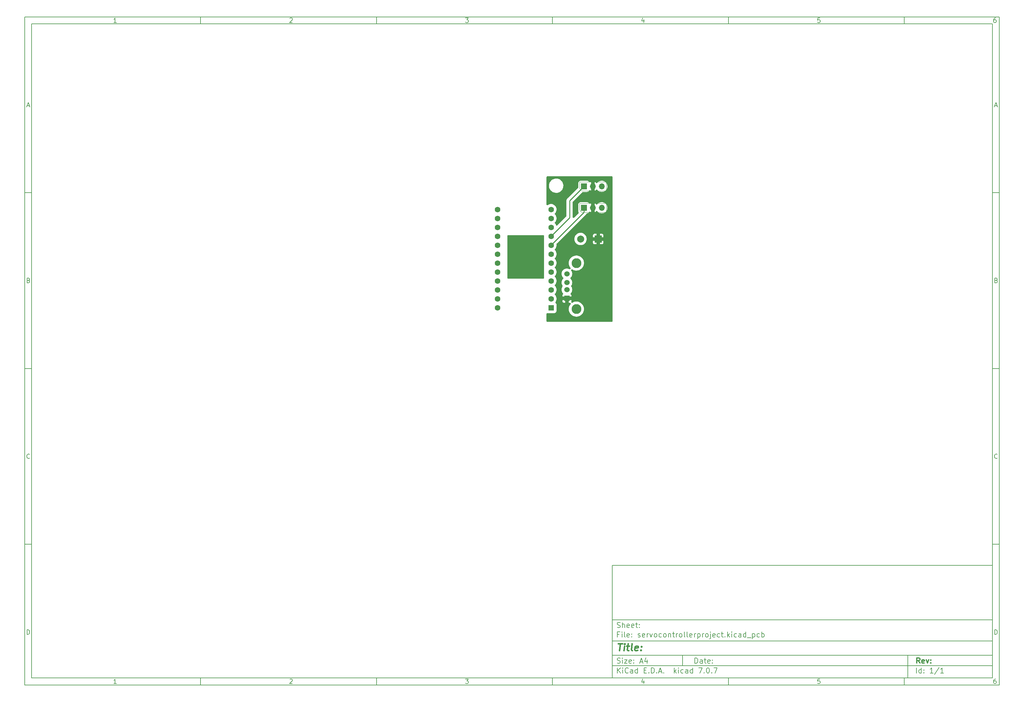
<source format=gbr>
%TF.GenerationSoftware,KiCad,Pcbnew,7.0.7*%
%TF.CreationDate,2024-02-01T17:54:51-08:00*%
%TF.ProjectId,servocontrollerproject,73657276-6f63-46f6-9e74-726f6c6c6572,rev?*%
%TF.SameCoordinates,Original*%
%TF.FileFunction,Copper,L1,Top*%
%TF.FilePolarity,Positive*%
%FSLAX46Y46*%
G04 Gerber Fmt 4.6, Leading zero omitted, Abs format (unit mm)*
G04 Created by KiCad (PCBNEW 7.0.7) date 2024-02-01 17:54:51*
%MOMM*%
%LPD*%
G01*
G04 APERTURE LIST*
%ADD10C,0.100000*%
%ADD11C,0.150000*%
%ADD12C,0.300000*%
%ADD13C,0.400000*%
%TA.AperFunction,ComponentPad*%
%ADD14R,1.700000X1.700000*%
%TD*%
%TA.AperFunction,ComponentPad*%
%ADD15O,1.700000X1.700000*%
%TD*%
%TA.AperFunction,ComponentPad*%
%ADD16R,2.000000X2.000000*%
%TD*%
%TA.AperFunction,ComponentPad*%
%ADD17C,2.000000*%
%TD*%
%TA.AperFunction,ComponentPad*%
%ADD18R,1.524000X1.524000*%
%TD*%
%TA.AperFunction,ComponentPad*%
%ADD19C,1.524000*%
%TD*%
%TA.AperFunction,ComponentPad*%
%ADD20C,2.800000*%
%TD*%
%TA.AperFunction,ComponentPad*%
%ADD21R,1.600000X1.600000*%
%TD*%
%TA.AperFunction,ComponentPad*%
%ADD22C,1.600000*%
%TD*%
%TA.AperFunction,Conductor*%
%ADD23C,0.250000*%
%TD*%
G04 APERTURE END LIST*
D10*
D11*
X177002200Y-166007200D02*
X285002200Y-166007200D01*
X285002200Y-198007200D01*
X177002200Y-198007200D01*
X177002200Y-166007200D01*
D10*
D11*
X10000000Y-10000000D02*
X287002200Y-10000000D01*
X287002200Y-200007200D01*
X10000000Y-200007200D01*
X10000000Y-10000000D01*
D10*
D11*
X12000000Y-12000000D02*
X285002200Y-12000000D01*
X285002200Y-198007200D01*
X12000000Y-198007200D01*
X12000000Y-12000000D01*
D10*
D11*
X60000000Y-12000000D02*
X60000000Y-10000000D01*
D10*
D11*
X110000000Y-12000000D02*
X110000000Y-10000000D01*
D10*
D11*
X160000000Y-12000000D02*
X160000000Y-10000000D01*
D10*
D11*
X210000000Y-12000000D02*
X210000000Y-10000000D01*
D10*
D11*
X260000000Y-12000000D02*
X260000000Y-10000000D01*
D10*
D11*
X36089160Y-11593604D02*
X35346303Y-11593604D01*
X35717731Y-11593604D02*
X35717731Y-10293604D01*
X35717731Y-10293604D02*
X35593922Y-10479319D01*
X35593922Y-10479319D02*
X35470112Y-10603128D01*
X35470112Y-10603128D02*
X35346303Y-10665033D01*
D10*
D11*
X85346303Y-10417414D02*
X85408207Y-10355509D01*
X85408207Y-10355509D02*
X85532017Y-10293604D01*
X85532017Y-10293604D02*
X85841541Y-10293604D01*
X85841541Y-10293604D02*
X85965350Y-10355509D01*
X85965350Y-10355509D02*
X86027255Y-10417414D01*
X86027255Y-10417414D02*
X86089160Y-10541223D01*
X86089160Y-10541223D02*
X86089160Y-10665033D01*
X86089160Y-10665033D02*
X86027255Y-10850747D01*
X86027255Y-10850747D02*
X85284398Y-11593604D01*
X85284398Y-11593604D02*
X86089160Y-11593604D01*
D10*
D11*
X135284398Y-10293604D02*
X136089160Y-10293604D01*
X136089160Y-10293604D02*
X135655826Y-10788842D01*
X135655826Y-10788842D02*
X135841541Y-10788842D01*
X135841541Y-10788842D02*
X135965350Y-10850747D01*
X135965350Y-10850747D02*
X136027255Y-10912652D01*
X136027255Y-10912652D02*
X136089160Y-11036461D01*
X136089160Y-11036461D02*
X136089160Y-11345985D01*
X136089160Y-11345985D02*
X136027255Y-11469795D01*
X136027255Y-11469795D02*
X135965350Y-11531700D01*
X135965350Y-11531700D02*
X135841541Y-11593604D01*
X135841541Y-11593604D02*
X135470112Y-11593604D01*
X135470112Y-11593604D02*
X135346303Y-11531700D01*
X135346303Y-11531700D02*
X135284398Y-11469795D01*
D10*
D11*
X185965350Y-10726938D02*
X185965350Y-11593604D01*
X185655826Y-10231700D02*
X185346303Y-11160271D01*
X185346303Y-11160271D02*
X186151064Y-11160271D01*
D10*
D11*
X236027255Y-10293604D02*
X235408207Y-10293604D01*
X235408207Y-10293604D02*
X235346303Y-10912652D01*
X235346303Y-10912652D02*
X235408207Y-10850747D01*
X235408207Y-10850747D02*
X235532017Y-10788842D01*
X235532017Y-10788842D02*
X235841541Y-10788842D01*
X235841541Y-10788842D02*
X235965350Y-10850747D01*
X235965350Y-10850747D02*
X236027255Y-10912652D01*
X236027255Y-10912652D02*
X236089160Y-11036461D01*
X236089160Y-11036461D02*
X236089160Y-11345985D01*
X236089160Y-11345985D02*
X236027255Y-11469795D01*
X236027255Y-11469795D02*
X235965350Y-11531700D01*
X235965350Y-11531700D02*
X235841541Y-11593604D01*
X235841541Y-11593604D02*
X235532017Y-11593604D01*
X235532017Y-11593604D02*
X235408207Y-11531700D01*
X235408207Y-11531700D02*
X235346303Y-11469795D01*
D10*
D11*
X285965350Y-10293604D02*
X285717731Y-10293604D01*
X285717731Y-10293604D02*
X285593922Y-10355509D01*
X285593922Y-10355509D02*
X285532017Y-10417414D01*
X285532017Y-10417414D02*
X285408207Y-10603128D01*
X285408207Y-10603128D02*
X285346303Y-10850747D01*
X285346303Y-10850747D02*
X285346303Y-11345985D01*
X285346303Y-11345985D02*
X285408207Y-11469795D01*
X285408207Y-11469795D02*
X285470112Y-11531700D01*
X285470112Y-11531700D02*
X285593922Y-11593604D01*
X285593922Y-11593604D02*
X285841541Y-11593604D01*
X285841541Y-11593604D02*
X285965350Y-11531700D01*
X285965350Y-11531700D02*
X286027255Y-11469795D01*
X286027255Y-11469795D02*
X286089160Y-11345985D01*
X286089160Y-11345985D02*
X286089160Y-11036461D01*
X286089160Y-11036461D02*
X286027255Y-10912652D01*
X286027255Y-10912652D02*
X285965350Y-10850747D01*
X285965350Y-10850747D02*
X285841541Y-10788842D01*
X285841541Y-10788842D02*
X285593922Y-10788842D01*
X285593922Y-10788842D02*
X285470112Y-10850747D01*
X285470112Y-10850747D02*
X285408207Y-10912652D01*
X285408207Y-10912652D02*
X285346303Y-11036461D01*
D10*
D11*
X60000000Y-198007200D02*
X60000000Y-200007200D01*
D10*
D11*
X110000000Y-198007200D02*
X110000000Y-200007200D01*
D10*
D11*
X160000000Y-198007200D02*
X160000000Y-200007200D01*
D10*
D11*
X210000000Y-198007200D02*
X210000000Y-200007200D01*
D10*
D11*
X260000000Y-198007200D02*
X260000000Y-200007200D01*
D10*
D11*
X36089160Y-199600804D02*
X35346303Y-199600804D01*
X35717731Y-199600804D02*
X35717731Y-198300804D01*
X35717731Y-198300804D02*
X35593922Y-198486519D01*
X35593922Y-198486519D02*
X35470112Y-198610328D01*
X35470112Y-198610328D02*
X35346303Y-198672233D01*
D10*
D11*
X85346303Y-198424614D02*
X85408207Y-198362709D01*
X85408207Y-198362709D02*
X85532017Y-198300804D01*
X85532017Y-198300804D02*
X85841541Y-198300804D01*
X85841541Y-198300804D02*
X85965350Y-198362709D01*
X85965350Y-198362709D02*
X86027255Y-198424614D01*
X86027255Y-198424614D02*
X86089160Y-198548423D01*
X86089160Y-198548423D02*
X86089160Y-198672233D01*
X86089160Y-198672233D02*
X86027255Y-198857947D01*
X86027255Y-198857947D02*
X85284398Y-199600804D01*
X85284398Y-199600804D02*
X86089160Y-199600804D01*
D10*
D11*
X135284398Y-198300804D02*
X136089160Y-198300804D01*
X136089160Y-198300804D02*
X135655826Y-198796042D01*
X135655826Y-198796042D02*
X135841541Y-198796042D01*
X135841541Y-198796042D02*
X135965350Y-198857947D01*
X135965350Y-198857947D02*
X136027255Y-198919852D01*
X136027255Y-198919852D02*
X136089160Y-199043661D01*
X136089160Y-199043661D02*
X136089160Y-199353185D01*
X136089160Y-199353185D02*
X136027255Y-199476995D01*
X136027255Y-199476995D02*
X135965350Y-199538900D01*
X135965350Y-199538900D02*
X135841541Y-199600804D01*
X135841541Y-199600804D02*
X135470112Y-199600804D01*
X135470112Y-199600804D02*
X135346303Y-199538900D01*
X135346303Y-199538900D02*
X135284398Y-199476995D01*
D10*
D11*
X185965350Y-198734138D02*
X185965350Y-199600804D01*
X185655826Y-198238900D02*
X185346303Y-199167471D01*
X185346303Y-199167471D02*
X186151064Y-199167471D01*
D10*
D11*
X236027255Y-198300804D02*
X235408207Y-198300804D01*
X235408207Y-198300804D02*
X235346303Y-198919852D01*
X235346303Y-198919852D02*
X235408207Y-198857947D01*
X235408207Y-198857947D02*
X235532017Y-198796042D01*
X235532017Y-198796042D02*
X235841541Y-198796042D01*
X235841541Y-198796042D02*
X235965350Y-198857947D01*
X235965350Y-198857947D02*
X236027255Y-198919852D01*
X236027255Y-198919852D02*
X236089160Y-199043661D01*
X236089160Y-199043661D02*
X236089160Y-199353185D01*
X236089160Y-199353185D02*
X236027255Y-199476995D01*
X236027255Y-199476995D02*
X235965350Y-199538900D01*
X235965350Y-199538900D02*
X235841541Y-199600804D01*
X235841541Y-199600804D02*
X235532017Y-199600804D01*
X235532017Y-199600804D02*
X235408207Y-199538900D01*
X235408207Y-199538900D02*
X235346303Y-199476995D01*
D10*
D11*
X285965350Y-198300804D02*
X285717731Y-198300804D01*
X285717731Y-198300804D02*
X285593922Y-198362709D01*
X285593922Y-198362709D02*
X285532017Y-198424614D01*
X285532017Y-198424614D02*
X285408207Y-198610328D01*
X285408207Y-198610328D02*
X285346303Y-198857947D01*
X285346303Y-198857947D02*
X285346303Y-199353185D01*
X285346303Y-199353185D02*
X285408207Y-199476995D01*
X285408207Y-199476995D02*
X285470112Y-199538900D01*
X285470112Y-199538900D02*
X285593922Y-199600804D01*
X285593922Y-199600804D02*
X285841541Y-199600804D01*
X285841541Y-199600804D02*
X285965350Y-199538900D01*
X285965350Y-199538900D02*
X286027255Y-199476995D01*
X286027255Y-199476995D02*
X286089160Y-199353185D01*
X286089160Y-199353185D02*
X286089160Y-199043661D01*
X286089160Y-199043661D02*
X286027255Y-198919852D01*
X286027255Y-198919852D02*
X285965350Y-198857947D01*
X285965350Y-198857947D02*
X285841541Y-198796042D01*
X285841541Y-198796042D02*
X285593922Y-198796042D01*
X285593922Y-198796042D02*
X285470112Y-198857947D01*
X285470112Y-198857947D02*
X285408207Y-198919852D01*
X285408207Y-198919852D02*
X285346303Y-199043661D01*
D10*
D11*
X10000000Y-60000000D02*
X12000000Y-60000000D01*
D10*
D11*
X10000000Y-110000000D02*
X12000000Y-110000000D01*
D10*
D11*
X10000000Y-160000000D02*
X12000000Y-160000000D01*
D10*
D11*
X10690476Y-35222176D02*
X11309523Y-35222176D01*
X10566666Y-35593604D02*
X10999999Y-34293604D01*
X10999999Y-34293604D02*
X11433333Y-35593604D01*
D10*
D11*
X11092857Y-84912652D02*
X11278571Y-84974557D01*
X11278571Y-84974557D02*
X11340476Y-85036461D01*
X11340476Y-85036461D02*
X11402380Y-85160271D01*
X11402380Y-85160271D02*
X11402380Y-85345985D01*
X11402380Y-85345985D02*
X11340476Y-85469795D01*
X11340476Y-85469795D02*
X11278571Y-85531700D01*
X11278571Y-85531700D02*
X11154761Y-85593604D01*
X11154761Y-85593604D02*
X10659523Y-85593604D01*
X10659523Y-85593604D02*
X10659523Y-84293604D01*
X10659523Y-84293604D02*
X11092857Y-84293604D01*
X11092857Y-84293604D02*
X11216666Y-84355509D01*
X11216666Y-84355509D02*
X11278571Y-84417414D01*
X11278571Y-84417414D02*
X11340476Y-84541223D01*
X11340476Y-84541223D02*
X11340476Y-84665033D01*
X11340476Y-84665033D02*
X11278571Y-84788842D01*
X11278571Y-84788842D02*
X11216666Y-84850747D01*
X11216666Y-84850747D02*
X11092857Y-84912652D01*
X11092857Y-84912652D02*
X10659523Y-84912652D01*
D10*
D11*
X11402380Y-135469795D02*
X11340476Y-135531700D01*
X11340476Y-135531700D02*
X11154761Y-135593604D01*
X11154761Y-135593604D02*
X11030952Y-135593604D01*
X11030952Y-135593604D02*
X10845238Y-135531700D01*
X10845238Y-135531700D02*
X10721428Y-135407890D01*
X10721428Y-135407890D02*
X10659523Y-135284080D01*
X10659523Y-135284080D02*
X10597619Y-135036461D01*
X10597619Y-135036461D02*
X10597619Y-134850747D01*
X10597619Y-134850747D02*
X10659523Y-134603128D01*
X10659523Y-134603128D02*
X10721428Y-134479319D01*
X10721428Y-134479319D02*
X10845238Y-134355509D01*
X10845238Y-134355509D02*
X11030952Y-134293604D01*
X11030952Y-134293604D02*
X11154761Y-134293604D01*
X11154761Y-134293604D02*
X11340476Y-134355509D01*
X11340476Y-134355509D02*
X11402380Y-134417414D01*
D10*
D11*
X10659523Y-185593604D02*
X10659523Y-184293604D01*
X10659523Y-184293604D02*
X10969047Y-184293604D01*
X10969047Y-184293604D02*
X11154761Y-184355509D01*
X11154761Y-184355509D02*
X11278571Y-184479319D01*
X11278571Y-184479319D02*
X11340476Y-184603128D01*
X11340476Y-184603128D02*
X11402380Y-184850747D01*
X11402380Y-184850747D02*
X11402380Y-185036461D01*
X11402380Y-185036461D02*
X11340476Y-185284080D01*
X11340476Y-185284080D02*
X11278571Y-185407890D01*
X11278571Y-185407890D02*
X11154761Y-185531700D01*
X11154761Y-185531700D02*
X10969047Y-185593604D01*
X10969047Y-185593604D02*
X10659523Y-185593604D01*
D10*
D11*
X287002200Y-60000000D02*
X285002200Y-60000000D01*
D10*
D11*
X287002200Y-110000000D02*
X285002200Y-110000000D01*
D10*
D11*
X287002200Y-160000000D02*
X285002200Y-160000000D01*
D10*
D11*
X285692676Y-35222176D02*
X286311723Y-35222176D01*
X285568866Y-35593604D02*
X286002199Y-34293604D01*
X286002199Y-34293604D02*
X286435533Y-35593604D01*
D10*
D11*
X286095057Y-84912652D02*
X286280771Y-84974557D01*
X286280771Y-84974557D02*
X286342676Y-85036461D01*
X286342676Y-85036461D02*
X286404580Y-85160271D01*
X286404580Y-85160271D02*
X286404580Y-85345985D01*
X286404580Y-85345985D02*
X286342676Y-85469795D01*
X286342676Y-85469795D02*
X286280771Y-85531700D01*
X286280771Y-85531700D02*
X286156961Y-85593604D01*
X286156961Y-85593604D02*
X285661723Y-85593604D01*
X285661723Y-85593604D02*
X285661723Y-84293604D01*
X285661723Y-84293604D02*
X286095057Y-84293604D01*
X286095057Y-84293604D02*
X286218866Y-84355509D01*
X286218866Y-84355509D02*
X286280771Y-84417414D01*
X286280771Y-84417414D02*
X286342676Y-84541223D01*
X286342676Y-84541223D02*
X286342676Y-84665033D01*
X286342676Y-84665033D02*
X286280771Y-84788842D01*
X286280771Y-84788842D02*
X286218866Y-84850747D01*
X286218866Y-84850747D02*
X286095057Y-84912652D01*
X286095057Y-84912652D02*
X285661723Y-84912652D01*
D10*
D11*
X286404580Y-135469795D02*
X286342676Y-135531700D01*
X286342676Y-135531700D02*
X286156961Y-135593604D01*
X286156961Y-135593604D02*
X286033152Y-135593604D01*
X286033152Y-135593604D02*
X285847438Y-135531700D01*
X285847438Y-135531700D02*
X285723628Y-135407890D01*
X285723628Y-135407890D02*
X285661723Y-135284080D01*
X285661723Y-135284080D02*
X285599819Y-135036461D01*
X285599819Y-135036461D02*
X285599819Y-134850747D01*
X285599819Y-134850747D02*
X285661723Y-134603128D01*
X285661723Y-134603128D02*
X285723628Y-134479319D01*
X285723628Y-134479319D02*
X285847438Y-134355509D01*
X285847438Y-134355509D02*
X286033152Y-134293604D01*
X286033152Y-134293604D02*
X286156961Y-134293604D01*
X286156961Y-134293604D02*
X286342676Y-134355509D01*
X286342676Y-134355509D02*
X286404580Y-134417414D01*
D10*
D11*
X285661723Y-185593604D02*
X285661723Y-184293604D01*
X285661723Y-184293604D02*
X285971247Y-184293604D01*
X285971247Y-184293604D02*
X286156961Y-184355509D01*
X286156961Y-184355509D02*
X286280771Y-184479319D01*
X286280771Y-184479319D02*
X286342676Y-184603128D01*
X286342676Y-184603128D02*
X286404580Y-184850747D01*
X286404580Y-184850747D02*
X286404580Y-185036461D01*
X286404580Y-185036461D02*
X286342676Y-185284080D01*
X286342676Y-185284080D02*
X286280771Y-185407890D01*
X286280771Y-185407890D02*
X286156961Y-185531700D01*
X286156961Y-185531700D02*
X285971247Y-185593604D01*
X285971247Y-185593604D02*
X285661723Y-185593604D01*
D10*
D11*
X200458026Y-193793328D02*
X200458026Y-192293328D01*
X200458026Y-192293328D02*
X200815169Y-192293328D01*
X200815169Y-192293328D02*
X201029455Y-192364757D01*
X201029455Y-192364757D02*
X201172312Y-192507614D01*
X201172312Y-192507614D02*
X201243741Y-192650471D01*
X201243741Y-192650471D02*
X201315169Y-192936185D01*
X201315169Y-192936185D02*
X201315169Y-193150471D01*
X201315169Y-193150471D02*
X201243741Y-193436185D01*
X201243741Y-193436185D02*
X201172312Y-193579042D01*
X201172312Y-193579042D02*
X201029455Y-193721900D01*
X201029455Y-193721900D02*
X200815169Y-193793328D01*
X200815169Y-193793328D02*
X200458026Y-193793328D01*
X202600884Y-193793328D02*
X202600884Y-193007614D01*
X202600884Y-193007614D02*
X202529455Y-192864757D01*
X202529455Y-192864757D02*
X202386598Y-192793328D01*
X202386598Y-192793328D02*
X202100884Y-192793328D01*
X202100884Y-192793328D02*
X201958026Y-192864757D01*
X202600884Y-193721900D02*
X202458026Y-193793328D01*
X202458026Y-193793328D02*
X202100884Y-193793328D01*
X202100884Y-193793328D02*
X201958026Y-193721900D01*
X201958026Y-193721900D02*
X201886598Y-193579042D01*
X201886598Y-193579042D02*
X201886598Y-193436185D01*
X201886598Y-193436185D02*
X201958026Y-193293328D01*
X201958026Y-193293328D02*
X202100884Y-193221900D01*
X202100884Y-193221900D02*
X202458026Y-193221900D01*
X202458026Y-193221900D02*
X202600884Y-193150471D01*
X203100884Y-192793328D02*
X203672312Y-192793328D01*
X203315169Y-192293328D02*
X203315169Y-193579042D01*
X203315169Y-193579042D02*
X203386598Y-193721900D01*
X203386598Y-193721900D02*
X203529455Y-193793328D01*
X203529455Y-193793328D02*
X203672312Y-193793328D01*
X204743741Y-193721900D02*
X204600884Y-193793328D01*
X204600884Y-193793328D02*
X204315170Y-193793328D01*
X204315170Y-193793328D02*
X204172312Y-193721900D01*
X204172312Y-193721900D02*
X204100884Y-193579042D01*
X204100884Y-193579042D02*
X204100884Y-193007614D01*
X204100884Y-193007614D02*
X204172312Y-192864757D01*
X204172312Y-192864757D02*
X204315170Y-192793328D01*
X204315170Y-192793328D02*
X204600884Y-192793328D01*
X204600884Y-192793328D02*
X204743741Y-192864757D01*
X204743741Y-192864757D02*
X204815170Y-193007614D01*
X204815170Y-193007614D02*
X204815170Y-193150471D01*
X204815170Y-193150471D02*
X204100884Y-193293328D01*
X205458026Y-193650471D02*
X205529455Y-193721900D01*
X205529455Y-193721900D02*
X205458026Y-193793328D01*
X205458026Y-193793328D02*
X205386598Y-193721900D01*
X205386598Y-193721900D02*
X205458026Y-193650471D01*
X205458026Y-193650471D02*
X205458026Y-193793328D01*
X205458026Y-192864757D02*
X205529455Y-192936185D01*
X205529455Y-192936185D02*
X205458026Y-193007614D01*
X205458026Y-193007614D02*
X205386598Y-192936185D01*
X205386598Y-192936185D02*
X205458026Y-192864757D01*
X205458026Y-192864757D02*
X205458026Y-193007614D01*
D10*
D11*
X177002200Y-194507200D02*
X285002200Y-194507200D01*
D10*
D11*
X178458026Y-196593328D02*
X178458026Y-195093328D01*
X179315169Y-196593328D02*
X178672312Y-195736185D01*
X179315169Y-195093328D02*
X178458026Y-195950471D01*
X179958026Y-196593328D02*
X179958026Y-195593328D01*
X179958026Y-195093328D02*
X179886598Y-195164757D01*
X179886598Y-195164757D02*
X179958026Y-195236185D01*
X179958026Y-195236185D02*
X180029455Y-195164757D01*
X180029455Y-195164757D02*
X179958026Y-195093328D01*
X179958026Y-195093328D02*
X179958026Y-195236185D01*
X181529455Y-196450471D02*
X181458027Y-196521900D01*
X181458027Y-196521900D02*
X181243741Y-196593328D01*
X181243741Y-196593328D02*
X181100884Y-196593328D01*
X181100884Y-196593328D02*
X180886598Y-196521900D01*
X180886598Y-196521900D02*
X180743741Y-196379042D01*
X180743741Y-196379042D02*
X180672312Y-196236185D01*
X180672312Y-196236185D02*
X180600884Y-195950471D01*
X180600884Y-195950471D02*
X180600884Y-195736185D01*
X180600884Y-195736185D02*
X180672312Y-195450471D01*
X180672312Y-195450471D02*
X180743741Y-195307614D01*
X180743741Y-195307614D02*
X180886598Y-195164757D01*
X180886598Y-195164757D02*
X181100884Y-195093328D01*
X181100884Y-195093328D02*
X181243741Y-195093328D01*
X181243741Y-195093328D02*
X181458027Y-195164757D01*
X181458027Y-195164757D02*
X181529455Y-195236185D01*
X182815170Y-196593328D02*
X182815170Y-195807614D01*
X182815170Y-195807614D02*
X182743741Y-195664757D01*
X182743741Y-195664757D02*
X182600884Y-195593328D01*
X182600884Y-195593328D02*
X182315170Y-195593328D01*
X182315170Y-195593328D02*
X182172312Y-195664757D01*
X182815170Y-196521900D02*
X182672312Y-196593328D01*
X182672312Y-196593328D02*
X182315170Y-196593328D01*
X182315170Y-196593328D02*
X182172312Y-196521900D01*
X182172312Y-196521900D02*
X182100884Y-196379042D01*
X182100884Y-196379042D02*
X182100884Y-196236185D01*
X182100884Y-196236185D02*
X182172312Y-196093328D01*
X182172312Y-196093328D02*
X182315170Y-196021900D01*
X182315170Y-196021900D02*
X182672312Y-196021900D01*
X182672312Y-196021900D02*
X182815170Y-195950471D01*
X184172313Y-196593328D02*
X184172313Y-195093328D01*
X184172313Y-196521900D02*
X184029455Y-196593328D01*
X184029455Y-196593328D02*
X183743741Y-196593328D01*
X183743741Y-196593328D02*
X183600884Y-196521900D01*
X183600884Y-196521900D02*
X183529455Y-196450471D01*
X183529455Y-196450471D02*
X183458027Y-196307614D01*
X183458027Y-196307614D02*
X183458027Y-195879042D01*
X183458027Y-195879042D02*
X183529455Y-195736185D01*
X183529455Y-195736185D02*
X183600884Y-195664757D01*
X183600884Y-195664757D02*
X183743741Y-195593328D01*
X183743741Y-195593328D02*
X184029455Y-195593328D01*
X184029455Y-195593328D02*
X184172313Y-195664757D01*
X186029455Y-195807614D02*
X186529455Y-195807614D01*
X186743741Y-196593328D02*
X186029455Y-196593328D01*
X186029455Y-196593328D02*
X186029455Y-195093328D01*
X186029455Y-195093328D02*
X186743741Y-195093328D01*
X187386598Y-196450471D02*
X187458027Y-196521900D01*
X187458027Y-196521900D02*
X187386598Y-196593328D01*
X187386598Y-196593328D02*
X187315170Y-196521900D01*
X187315170Y-196521900D02*
X187386598Y-196450471D01*
X187386598Y-196450471D02*
X187386598Y-196593328D01*
X188100884Y-196593328D02*
X188100884Y-195093328D01*
X188100884Y-195093328D02*
X188458027Y-195093328D01*
X188458027Y-195093328D02*
X188672313Y-195164757D01*
X188672313Y-195164757D02*
X188815170Y-195307614D01*
X188815170Y-195307614D02*
X188886599Y-195450471D01*
X188886599Y-195450471D02*
X188958027Y-195736185D01*
X188958027Y-195736185D02*
X188958027Y-195950471D01*
X188958027Y-195950471D02*
X188886599Y-196236185D01*
X188886599Y-196236185D02*
X188815170Y-196379042D01*
X188815170Y-196379042D02*
X188672313Y-196521900D01*
X188672313Y-196521900D02*
X188458027Y-196593328D01*
X188458027Y-196593328D02*
X188100884Y-196593328D01*
X189600884Y-196450471D02*
X189672313Y-196521900D01*
X189672313Y-196521900D02*
X189600884Y-196593328D01*
X189600884Y-196593328D02*
X189529456Y-196521900D01*
X189529456Y-196521900D02*
X189600884Y-196450471D01*
X189600884Y-196450471D02*
X189600884Y-196593328D01*
X190243742Y-196164757D02*
X190958028Y-196164757D01*
X190100885Y-196593328D02*
X190600885Y-195093328D01*
X190600885Y-195093328D02*
X191100885Y-196593328D01*
X191600884Y-196450471D02*
X191672313Y-196521900D01*
X191672313Y-196521900D02*
X191600884Y-196593328D01*
X191600884Y-196593328D02*
X191529456Y-196521900D01*
X191529456Y-196521900D02*
X191600884Y-196450471D01*
X191600884Y-196450471D02*
X191600884Y-196593328D01*
X194600884Y-196593328D02*
X194600884Y-195093328D01*
X194743742Y-196021900D02*
X195172313Y-196593328D01*
X195172313Y-195593328D02*
X194600884Y-196164757D01*
X195815170Y-196593328D02*
X195815170Y-195593328D01*
X195815170Y-195093328D02*
X195743742Y-195164757D01*
X195743742Y-195164757D02*
X195815170Y-195236185D01*
X195815170Y-195236185D02*
X195886599Y-195164757D01*
X195886599Y-195164757D02*
X195815170Y-195093328D01*
X195815170Y-195093328D02*
X195815170Y-195236185D01*
X197172314Y-196521900D02*
X197029456Y-196593328D01*
X197029456Y-196593328D02*
X196743742Y-196593328D01*
X196743742Y-196593328D02*
X196600885Y-196521900D01*
X196600885Y-196521900D02*
X196529456Y-196450471D01*
X196529456Y-196450471D02*
X196458028Y-196307614D01*
X196458028Y-196307614D02*
X196458028Y-195879042D01*
X196458028Y-195879042D02*
X196529456Y-195736185D01*
X196529456Y-195736185D02*
X196600885Y-195664757D01*
X196600885Y-195664757D02*
X196743742Y-195593328D01*
X196743742Y-195593328D02*
X197029456Y-195593328D01*
X197029456Y-195593328D02*
X197172314Y-195664757D01*
X198458028Y-196593328D02*
X198458028Y-195807614D01*
X198458028Y-195807614D02*
X198386599Y-195664757D01*
X198386599Y-195664757D02*
X198243742Y-195593328D01*
X198243742Y-195593328D02*
X197958028Y-195593328D01*
X197958028Y-195593328D02*
X197815170Y-195664757D01*
X198458028Y-196521900D02*
X198315170Y-196593328D01*
X198315170Y-196593328D02*
X197958028Y-196593328D01*
X197958028Y-196593328D02*
X197815170Y-196521900D01*
X197815170Y-196521900D02*
X197743742Y-196379042D01*
X197743742Y-196379042D02*
X197743742Y-196236185D01*
X197743742Y-196236185D02*
X197815170Y-196093328D01*
X197815170Y-196093328D02*
X197958028Y-196021900D01*
X197958028Y-196021900D02*
X198315170Y-196021900D01*
X198315170Y-196021900D02*
X198458028Y-195950471D01*
X199815171Y-196593328D02*
X199815171Y-195093328D01*
X199815171Y-196521900D02*
X199672313Y-196593328D01*
X199672313Y-196593328D02*
X199386599Y-196593328D01*
X199386599Y-196593328D02*
X199243742Y-196521900D01*
X199243742Y-196521900D02*
X199172313Y-196450471D01*
X199172313Y-196450471D02*
X199100885Y-196307614D01*
X199100885Y-196307614D02*
X199100885Y-195879042D01*
X199100885Y-195879042D02*
X199172313Y-195736185D01*
X199172313Y-195736185D02*
X199243742Y-195664757D01*
X199243742Y-195664757D02*
X199386599Y-195593328D01*
X199386599Y-195593328D02*
X199672313Y-195593328D01*
X199672313Y-195593328D02*
X199815171Y-195664757D01*
X201529456Y-195093328D02*
X202529456Y-195093328D01*
X202529456Y-195093328D02*
X201886599Y-196593328D01*
X203100884Y-196450471D02*
X203172313Y-196521900D01*
X203172313Y-196521900D02*
X203100884Y-196593328D01*
X203100884Y-196593328D02*
X203029456Y-196521900D01*
X203029456Y-196521900D02*
X203100884Y-196450471D01*
X203100884Y-196450471D02*
X203100884Y-196593328D01*
X204100885Y-195093328D02*
X204243742Y-195093328D01*
X204243742Y-195093328D02*
X204386599Y-195164757D01*
X204386599Y-195164757D02*
X204458028Y-195236185D01*
X204458028Y-195236185D02*
X204529456Y-195379042D01*
X204529456Y-195379042D02*
X204600885Y-195664757D01*
X204600885Y-195664757D02*
X204600885Y-196021900D01*
X204600885Y-196021900D02*
X204529456Y-196307614D01*
X204529456Y-196307614D02*
X204458028Y-196450471D01*
X204458028Y-196450471D02*
X204386599Y-196521900D01*
X204386599Y-196521900D02*
X204243742Y-196593328D01*
X204243742Y-196593328D02*
X204100885Y-196593328D01*
X204100885Y-196593328D02*
X203958028Y-196521900D01*
X203958028Y-196521900D02*
X203886599Y-196450471D01*
X203886599Y-196450471D02*
X203815170Y-196307614D01*
X203815170Y-196307614D02*
X203743742Y-196021900D01*
X203743742Y-196021900D02*
X203743742Y-195664757D01*
X203743742Y-195664757D02*
X203815170Y-195379042D01*
X203815170Y-195379042D02*
X203886599Y-195236185D01*
X203886599Y-195236185D02*
X203958028Y-195164757D01*
X203958028Y-195164757D02*
X204100885Y-195093328D01*
X205243741Y-196450471D02*
X205315170Y-196521900D01*
X205315170Y-196521900D02*
X205243741Y-196593328D01*
X205243741Y-196593328D02*
X205172313Y-196521900D01*
X205172313Y-196521900D02*
X205243741Y-196450471D01*
X205243741Y-196450471D02*
X205243741Y-196593328D01*
X205815170Y-195093328D02*
X206815170Y-195093328D01*
X206815170Y-195093328D02*
X206172313Y-196593328D01*
D10*
D11*
X177002200Y-191507200D02*
X285002200Y-191507200D01*
D10*
D12*
X264413853Y-193785528D02*
X263913853Y-193071242D01*
X263556710Y-193785528D02*
X263556710Y-192285528D01*
X263556710Y-192285528D02*
X264128139Y-192285528D01*
X264128139Y-192285528D02*
X264270996Y-192356957D01*
X264270996Y-192356957D02*
X264342425Y-192428385D01*
X264342425Y-192428385D02*
X264413853Y-192571242D01*
X264413853Y-192571242D02*
X264413853Y-192785528D01*
X264413853Y-192785528D02*
X264342425Y-192928385D01*
X264342425Y-192928385D02*
X264270996Y-192999814D01*
X264270996Y-192999814D02*
X264128139Y-193071242D01*
X264128139Y-193071242D02*
X263556710Y-193071242D01*
X265628139Y-193714100D02*
X265485282Y-193785528D01*
X265485282Y-193785528D02*
X265199568Y-193785528D01*
X265199568Y-193785528D02*
X265056710Y-193714100D01*
X265056710Y-193714100D02*
X264985282Y-193571242D01*
X264985282Y-193571242D02*
X264985282Y-192999814D01*
X264985282Y-192999814D02*
X265056710Y-192856957D01*
X265056710Y-192856957D02*
X265199568Y-192785528D01*
X265199568Y-192785528D02*
X265485282Y-192785528D01*
X265485282Y-192785528D02*
X265628139Y-192856957D01*
X265628139Y-192856957D02*
X265699568Y-192999814D01*
X265699568Y-192999814D02*
X265699568Y-193142671D01*
X265699568Y-193142671D02*
X264985282Y-193285528D01*
X266199567Y-192785528D02*
X266556710Y-193785528D01*
X266556710Y-193785528D02*
X266913853Y-192785528D01*
X267485281Y-193642671D02*
X267556710Y-193714100D01*
X267556710Y-193714100D02*
X267485281Y-193785528D01*
X267485281Y-193785528D02*
X267413853Y-193714100D01*
X267413853Y-193714100D02*
X267485281Y-193642671D01*
X267485281Y-193642671D02*
X267485281Y-193785528D01*
X267485281Y-192856957D02*
X267556710Y-192928385D01*
X267556710Y-192928385D02*
X267485281Y-192999814D01*
X267485281Y-192999814D02*
X267413853Y-192928385D01*
X267413853Y-192928385D02*
X267485281Y-192856957D01*
X267485281Y-192856957D02*
X267485281Y-192999814D01*
D10*
D11*
X178386598Y-193721900D02*
X178600884Y-193793328D01*
X178600884Y-193793328D02*
X178958026Y-193793328D01*
X178958026Y-193793328D02*
X179100884Y-193721900D01*
X179100884Y-193721900D02*
X179172312Y-193650471D01*
X179172312Y-193650471D02*
X179243741Y-193507614D01*
X179243741Y-193507614D02*
X179243741Y-193364757D01*
X179243741Y-193364757D02*
X179172312Y-193221900D01*
X179172312Y-193221900D02*
X179100884Y-193150471D01*
X179100884Y-193150471D02*
X178958026Y-193079042D01*
X178958026Y-193079042D02*
X178672312Y-193007614D01*
X178672312Y-193007614D02*
X178529455Y-192936185D01*
X178529455Y-192936185D02*
X178458026Y-192864757D01*
X178458026Y-192864757D02*
X178386598Y-192721900D01*
X178386598Y-192721900D02*
X178386598Y-192579042D01*
X178386598Y-192579042D02*
X178458026Y-192436185D01*
X178458026Y-192436185D02*
X178529455Y-192364757D01*
X178529455Y-192364757D02*
X178672312Y-192293328D01*
X178672312Y-192293328D02*
X179029455Y-192293328D01*
X179029455Y-192293328D02*
X179243741Y-192364757D01*
X179886597Y-193793328D02*
X179886597Y-192793328D01*
X179886597Y-192293328D02*
X179815169Y-192364757D01*
X179815169Y-192364757D02*
X179886597Y-192436185D01*
X179886597Y-192436185D02*
X179958026Y-192364757D01*
X179958026Y-192364757D02*
X179886597Y-192293328D01*
X179886597Y-192293328D02*
X179886597Y-192436185D01*
X180458026Y-192793328D02*
X181243741Y-192793328D01*
X181243741Y-192793328D02*
X180458026Y-193793328D01*
X180458026Y-193793328D02*
X181243741Y-193793328D01*
X182386598Y-193721900D02*
X182243741Y-193793328D01*
X182243741Y-193793328D02*
X181958027Y-193793328D01*
X181958027Y-193793328D02*
X181815169Y-193721900D01*
X181815169Y-193721900D02*
X181743741Y-193579042D01*
X181743741Y-193579042D02*
X181743741Y-193007614D01*
X181743741Y-193007614D02*
X181815169Y-192864757D01*
X181815169Y-192864757D02*
X181958027Y-192793328D01*
X181958027Y-192793328D02*
X182243741Y-192793328D01*
X182243741Y-192793328D02*
X182386598Y-192864757D01*
X182386598Y-192864757D02*
X182458027Y-193007614D01*
X182458027Y-193007614D02*
X182458027Y-193150471D01*
X182458027Y-193150471D02*
X181743741Y-193293328D01*
X183100883Y-193650471D02*
X183172312Y-193721900D01*
X183172312Y-193721900D02*
X183100883Y-193793328D01*
X183100883Y-193793328D02*
X183029455Y-193721900D01*
X183029455Y-193721900D02*
X183100883Y-193650471D01*
X183100883Y-193650471D02*
X183100883Y-193793328D01*
X183100883Y-192864757D02*
X183172312Y-192936185D01*
X183172312Y-192936185D02*
X183100883Y-193007614D01*
X183100883Y-193007614D02*
X183029455Y-192936185D01*
X183029455Y-192936185D02*
X183100883Y-192864757D01*
X183100883Y-192864757D02*
X183100883Y-193007614D01*
X184886598Y-193364757D02*
X185600884Y-193364757D01*
X184743741Y-193793328D02*
X185243741Y-192293328D01*
X185243741Y-192293328D02*
X185743741Y-193793328D01*
X186886598Y-192793328D02*
X186886598Y-193793328D01*
X186529455Y-192221900D02*
X186172312Y-193293328D01*
X186172312Y-193293328D02*
X187100883Y-193293328D01*
D10*
D11*
X263458026Y-196593328D02*
X263458026Y-195093328D01*
X264815170Y-196593328D02*
X264815170Y-195093328D01*
X264815170Y-196521900D02*
X264672312Y-196593328D01*
X264672312Y-196593328D02*
X264386598Y-196593328D01*
X264386598Y-196593328D02*
X264243741Y-196521900D01*
X264243741Y-196521900D02*
X264172312Y-196450471D01*
X264172312Y-196450471D02*
X264100884Y-196307614D01*
X264100884Y-196307614D02*
X264100884Y-195879042D01*
X264100884Y-195879042D02*
X264172312Y-195736185D01*
X264172312Y-195736185D02*
X264243741Y-195664757D01*
X264243741Y-195664757D02*
X264386598Y-195593328D01*
X264386598Y-195593328D02*
X264672312Y-195593328D01*
X264672312Y-195593328D02*
X264815170Y-195664757D01*
X265529455Y-196450471D02*
X265600884Y-196521900D01*
X265600884Y-196521900D02*
X265529455Y-196593328D01*
X265529455Y-196593328D02*
X265458027Y-196521900D01*
X265458027Y-196521900D02*
X265529455Y-196450471D01*
X265529455Y-196450471D02*
X265529455Y-196593328D01*
X265529455Y-195664757D02*
X265600884Y-195736185D01*
X265600884Y-195736185D02*
X265529455Y-195807614D01*
X265529455Y-195807614D02*
X265458027Y-195736185D01*
X265458027Y-195736185D02*
X265529455Y-195664757D01*
X265529455Y-195664757D02*
X265529455Y-195807614D01*
X268172313Y-196593328D02*
X267315170Y-196593328D01*
X267743741Y-196593328D02*
X267743741Y-195093328D01*
X267743741Y-195093328D02*
X267600884Y-195307614D01*
X267600884Y-195307614D02*
X267458027Y-195450471D01*
X267458027Y-195450471D02*
X267315170Y-195521900D01*
X269886598Y-195021900D02*
X268600884Y-196950471D01*
X271172313Y-196593328D02*
X270315170Y-196593328D01*
X270743741Y-196593328D02*
X270743741Y-195093328D01*
X270743741Y-195093328D02*
X270600884Y-195307614D01*
X270600884Y-195307614D02*
X270458027Y-195450471D01*
X270458027Y-195450471D02*
X270315170Y-195521900D01*
D10*
D11*
X177002200Y-187507200D02*
X285002200Y-187507200D01*
D10*
D13*
X178693928Y-188211638D02*
X179836785Y-188211638D01*
X179015357Y-190211638D02*
X179265357Y-188211638D01*
X180253452Y-190211638D02*
X180420119Y-188878304D01*
X180503452Y-188211638D02*
X180396309Y-188306876D01*
X180396309Y-188306876D02*
X180479643Y-188402114D01*
X180479643Y-188402114D02*
X180586786Y-188306876D01*
X180586786Y-188306876D02*
X180503452Y-188211638D01*
X180503452Y-188211638D02*
X180479643Y-188402114D01*
X181086786Y-188878304D02*
X181848690Y-188878304D01*
X181455833Y-188211638D02*
X181241548Y-189925923D01*
X181241548Y-189925923D02*
X181312976Y-190116400D01*
X181312976Y-190116400D02*
X181491548Y-190211638D01*
X181491548Y-190211638D02*
X181682024Y-190211638D01*
X182634405Y-190211638D02*
X182455833Y-190116400D01*
X182455833Y-190116400D02*
X182384405Y-189925923D01*
X182384405Y-189925923D02*
X182598690Y-188211638D01*
X184170119Y-190116400D02*
X183967738Y-190211638D01*
X183967738Y-190211638D02*
X183586785Y-190211638D01*
X183586785Y-190211638D02*
X183408214Y-190116400D01*
X183408214Y-190116400D02*
X183336785Y-189925923D01*
X183336785Y-189925923D02*
X183432024Y-189164019D01*
X183432024Y-189164019D02*
X183551071Y-188973542D01*
X183551071Y-188973542D02*
X183753452Y-188878304D01*
X183753452Y-188878304D02*
X184134404Y-188878304D01*
X184134404Y-188878304D02*
X184312976Y-188973542D01*
X184312976Y-188973542D02*
X184384404Y-189164019D01*
X184384404Y-189164019D02*
X184360595Y-189354495D01*
X184360595Y-189354495D02*
X183384404Y-189544971D01*
X185134405Y-190021161D02*
X185217738Y-190116400D01*
X185217738Y-190116400D02*
X185110595Y-190211638D01*
X185110595Y-190211638D02*
X185027262Y-190116400D01*
X185027262Y-190116400D02*
X185134405Y-190021161D01*
X185134405Y-190021161D02*
X185110595Y-190211638D01*
X185265357Y-188973542D02*
X185348690Y-189068780D01*
X185348690Y-189068780D02*
X185241548Y-189164019D01*
X185241548Y-189164019D02*
X185158214Y-189068780D01*
X185158214Y-189068780D02*
X185265357Y-188973542D01*
X185265357Y-188973542D02*
X185241548Y-189164019D01*
D10*
D11*
X178958026Y-185607614D02*
X178458026Y-185607614D01*
X178458026Y-186393328D02*
X178458026Y-184893328D01*
X178458026Y-184893328D02*
X179172312Y-184893328D01*
X179743740Y-186393328D02*
X179743740Y-185393328D01*
X179743740Y-184893328D02*
X179672312Y-184964757D01*
X179672312Y-184964757D02*
X179743740Y-185036185D01*
X179743740Y-185036185D02*
X179815169Y-184964757D01*
X179815169Y-184964757D02*
X179743740Y-184893328D01*
X179743740Y-184893328D02*
X179743740Y-185036185D01*
X180672312Y-186393328D02*
X180529455Y-186321900D01*
X180529455Y-186321900D02*
X180458026Y-186179042D01*
X180458026Y-186179042D02*
X180458026Y-184893328D01*
X181815169Y-186321900D02*
X181672312Y-186393328D01*
X181672312Y-186393328D02*
X181386598Y-186393328D01*
X181386598Y-186393328D02*
X181243740Y-186321900D01*
X181243740Y-186321900D02*
X181172312Y-186179042D01*
X181172312Y-186179042D02*
X181172312Y-185607614D01*
X181172312Y-185607614D02*
X181243740Y-185464757D01*
X181243740Y-185464757D02*
X181386598Y-185393328D01*
X181386598Y-185393328D02*
X181672312Y-185393328D01*
X181672312Y-185393328D02*
X181815169Y-185464757D01*
X181815169Y-185464757D02*
X181886598Y-185607614D01*
X181886598Y-185607614D02*
X181886598Y-185750471D01*
X181886598Y-185750471D02*
X181172312Y-185893328D01*
X182529454Y-186250471D02*
X182600883Y-186321900D01*
X182600883Y-186321900D02*
X182529454Y-186393328D01*
X182529454Y-186393328D02*
X182458026Y-186321900D01*
X182458026Y-186321900D02*
X182529454Y-186250471D01*
X182529454Y-186250471D02*
X182529454Y-186393328D01*
X182529454Y-185464757D02*
X182600883Y-185536185D01*
X182600883Y-185536185D02*
X182529454Y-185607614D01*
X182529454Y-185607614D02*
X182458026Y-185536185D01*
X182458026Y-185536185D02*
X182529454Y-185464757D01*
X182529454Y-185464757D02*
X182529454Y-185607614D01*
X184315169Y-186321900D02*
X184458026Y-186393328D01*
X184458026Y-186393328D02*
X184743740Y-186393328D01*
X184743740Y-186393328D02*
X184886597Y-186321900D01*
X184886597Y-186321900D02*
X184958026Y-186179042D01*
X184958026Y-186179042D02*
X184958026Y-186107614D01*
X184958026Y-186107614D02*
X184886597Y-185964757D01*
X184886597Y-185964757D02*
X184743740Y-185893328D01*
X184743740Y-185893328D02*
X184529455Y-185893328D01*
X184529455Y-185893328D02*
X184386597Y-185821900D01*
X184386597Y-185821900D02*
X184315169Y-185679042D01*
X184315169Y-185679042D02*
X184315169Y-185607614D01*
X184315169Y-185607614D02*
X184386597Y-185464757D01*
X184386597Y-185464757D02*
X184529455Y-185393328D01*
X184529455Y-185393328D02*
X184743740Y-185393328D01*
X184743740Y-185393328D02*
X184886597Y-185464757D01*
X186172312Y-186321900D02*
X186029455Y-186393328D01*
X186029455Y-186393328D02*
X185743741Y-186393328D01*
X185743741Y-186393328D02*
X185600883Y-186321900D01*
X185600883Y-186321900D02*
X185529455Y-186179042D01*
X185529455Y-186179042D02*
X185529455Y-185607614D01*
X185529455Y-185607614D02*
X185600883Y-185464757D01*
X185600883Y-185464757D02*
X185743741Y-185393328D01*
X185743741Y-185393328D02*
X186029455Y-185393328D01*
X186029455Y-185393328D02*
X186172312Y-185464757D01*
X186172312Y-185464757D02*
X186243741Y-185607614D01*
X186243741Y-185607614D02*
X186243741Y-185750471D01*
X186243741Y-185750471D02*
X185529455Y-185893328D01*
X186886597Y-186393328D02*
X186886597Y-185393328D01*
X186886597Y-185679042D02*
X186958026Y-185536185D01*
X186958026Y-185536185D02*
X187029455Y-185464757D01*
X187029455Y-185464757D02*
X187172312Y-185393328D01*
X187172312Y-185393328D02*
X187315169Y-185393328D01*
X187672311Y-185393328D02*
X188029454Y-186393328D01*
X188029454Y-186393328D02*
X188386597Y-185393328D01*
X189172311Y-186393328D02*
X189029454Y-186321900D01*
X189029454Y-186321900D02*
X188958025Y-186250471D01*
X188958025Y-186250471D02*
X188886597Y-186107614D01*
X188886597Y-186107614D02*
X188886597Y-185679042D01*
X188886597Y-185679042D02*
X188958025Y-185536185D01*
X188958025Y-185536185D02*
X189029454Y-185464757D01*
X189029454Y-185464757D02*
X189172311Y-185393328D01*
X189172311Y-185393328D02*
X189386597Y-185393328D01*
X189386597Y-185393328D02*
X189529454Y-185464757D01*
X189529454Y-185464757D02*
X189600883Y-185536185D01*
X189600883Y-185536185D02*
X189672311Y-185679042D01*
X189672311Y-185679042D02*
X189672311Y-186107614D01*
X189672311Y-186107614D02*
X189600883Y-186250471D01*
X189600883Y-186250471D02*
X189529454Y-186321900D01*
X189529454Y-186321900D02*
X189386597Y-186393328D01*
X189386597Y-186393328D02*
X189172311Y-186393328D01*
X190958026Y-186321900D02*
X190815168Y-186393328D01*
X190815168Y-186393328D02*
X190529454Y-186393328D01*
X190529454Y-186393328D02*
X190386597Y-186321900D01*
X190386597Y-186321900D02*
X190315168Y-186250471D01*
X190315168Y-186250471D02*
X190243740Y-186107614D01*
X190243740Y-186107614D02*
X190243740Y-185679042D01*
X190243740Y-185679042D02*
X190315168Y-185536185D01*
X190315168Y-185536185D02*
X190386597Y-185464757D01*
X190386597Y-185464757D02*
X190529454Y-185393328D01*
X190529454Y-185393328D02*
X190815168Y-185393328D01*
X190815168Y-185393328D02*
X190958026Y-185464757D01*
X191815168Y-186393328D02*
X191672311Y-186321900D01*
X191672311Y-186321900D02*
X191600882Y-186250471D01*
X191600882Y-186250471D02*
X191529454Y-186107614D01*
X191529454Y-186107614D02*
X191529454Y-185679042D01*
X191529454Y-185679042D02*
X191600882Y-185536185D01*
X191600882Y-185536185D02*
X191672311Y-185464757D01*
X191672311Y-185464757D02*
X191815168Y-185393328D01*
X191815168Y-185393328D02*
X192029454Y-185393328D01*
X192029454Y-185393328D02*
X192172311Y-185464757D01*
X192172311Y-185464757D02*
X192243740Y-185536185D01*
X192243740Y-185536185D02*
X192315168Y-185679042D01*
X192315168Y-185679042D02*
X192315168Y-186107614D01*
X192315168Y-186107614D02*
X192243740Y-186250471D01*
X192243740Y-186250471D02*
X192172311Y-186321900D01*
X192172311Y-186321900D02*
X192029454Y-186393328D01*
X192029454Y-186393328D02*
X191815168Y-186393328D01*
X192958025Y-185393328D02*
X192958025Y-186393328D01*
X192958025Y-185536185D02*
X193029454Y-185464757D01*
X193029454Y-185464757D02*
X193172311Y-185393328D01*
X193172311Y-185393328D02*
X193386597Y-185393328D01*
X193386597Y-185393328D02*
X193529454Y-185464757D01*
X193529454Y-185464757D02*
X193600883Y-185607614D01*
X193600883Y-185607614D02*
X193600883Y-186393328D01*
X194100883Y-185393328D02*
X194672311Y-185393328D01*
X194315168Y-184893328D02*
X194315168Y-186179042D01*
X194315168Y-186179042D02*
X194386597Y-186321900D01*
X194386597Y-186321900D02*
X194529454Y-186393328D01*
X194529454Y-186393328D02*
X194672311Y-186393328D01*
X195172311Y-186393328D02*
X195172311Y-185393328D01*
X195172311Y-185679042D02*
X195243740Y-185536185D01*
X195243740Y-185536185D02*
X195315169Y-185464757D01*
X195315169Y-185464757D02*
X195458026Y-185393328D01*
X195458026Y-185393328D02*
X195600883Y-185393328D01*
X196315168Y-186393328D02*
X196172311Y-186321900D01*
X196172311Y-186321900D02*
X196100882Y-186250471D01*
X196100882Y-186250471D02*
X196029454Y-186107614D01*
X196029454Y-186107614D02*
X196029454Y-185679042D01*
X196029454Y-185679042D02*
X196100882Y-185536185D01*
X196100882Y-185536185D02*
X196172311Y-185464757D01*
X196172311Y-185464757D02*
X196315168Y-185393328D01*
X196315168Y-185393328D02*
X196529454Y-185393328D01*
X196529454Y-185393328D02*
X196672311Y-185464757D01*
X196672311Y-185464757D02*
X196743740Y-185536185D01*
X196743740Y-185536185D02*
X196815168Y-185679042D01*
X196815168Y-185679042D02*
X196815168Y-186107614D01*
X196815168Y-186107614D02*
X196743740Y-186250471D01*
X196743740Y-186250471D02*
X196672311Y-186321900D01*
X196672311Y-186321900D02*
X196529454Y-186393328D01*
X196529454Y-186393328D02*
X196315168Y-186393328D01*
X197672311Y-186393328D02*
X197529454Y-186321900D01*
X197529454Y-186321900D02*
X197458025Y-186179042D01*
X197458025Y-186179042D02*
X197458025Y-184893328D01*
X198458025Y-186393328D02*
X198315168Y-186321900D01*
X198315168Y-186321900D02*
X198243739Y-186179042D01*
X198243739Y-186179042D02*
X198243739Y-184893328D01*
X199600882Y-186321900D02*
X199458025Y-186393328D01*
X199458025Y-186393328D02*
X199172311Y-186393328D01*
X199172311Y-186393328D02*
X199029453Y-186321900D01*
X199029453Y-186321900D02*
X198958025Y-186179042D01*
X198958025Y-186179042D02*
X198958025Y-185607614D01*
X198958025Y-185607614D02*
X199029453Y-185464757D01*
X199029453Y-185464757D02*
X199172311Y-185393328D01*
X199172311Y-185393328D02*
X199458025Y-185393328D01*
X199458025Y-185393328D02*
X199600882Y-185464757D01*
X199600882Y-185464757D02*
X199672311Y-185607614D01*
X199672311Y-185607614D02*
X199672311Y-185750471D01*
X199672311Y-185750471D02*
X198958025Y-185893328D01*
X200315167Y-186393328D02*
X200315167Y-185393328D01*
X200315167Y-185679042D02*
X200386596Y-185536185D01*
X200386596Y-185536185D02*
X200458025Y-185464757D01*
X200458025Y-185464757D02*
X200600882Y-185393328D01*
X200600882Y-185393328D02*
X200743739Y-185393328D01*
X201243738Y-185393328D02*
X201243738Y-186893328D01*
X201243738Y-185464757D02*
X201386596Y-185393328D01*
X201386596Y-185393328D02*
X201672310Y-185393328D01*
X201672310Y-185393328D02*
X201815167Y-185464757D01*
X201815167Y-185464757D02*
X201886596Y-185536185D01*
X201886596Y-185536185D02*
X201958024Y-185679042D01*
X201958024Y-185679042D02*
X201958024Y-186107614D01*
X201958024Y-186107614D02*
X201886596Y-186250471D01*
X201886596Y-186250471D02*
X201815167Y-186321900D01*
X201815167Y-186321900D02*
X201672310Y-186393328D01*
X201672310Y-186393328D02*
X201386596Y-186393328D01*
X201386596Y-186393328D02*
X201243738Y-186321900D01*
X202600881Y-186393328D02*
X202600881Y-185393328D01*
X202600881Y-185679042D02*
X202672310Y-185536185D01*
X202672310Y-185536185D02*
X202743739Y-185464757D01*
X202743739Y-185464757D02*
X202886596Y-185393328D01*
X202886596Y-185393328D02*
X203029453Y-185393328D01*
X203743738Y-186393328D02*
X203600881Y-186321900D01*
X203600881Y-186321900D02*
X203529452Y-186250471D01*
X203529452Y-186250471D02*
X203458024Y-186107614D01*
X203458024Y-186107614D02*
X203458024Y-185679042D01*
X203458024Y-185679042D02*
X203529452Y-185536185D01*
X203529452Y-185536185D02*
X203600881Y-185464757D01*
X203600881Y-185464757D02*
X203743738Y-185393328D01*
X203743738Y-185393328D02*
X203958024Y-185393328D01*
X203958024Y-185393328D02*
X204100881Y-185464757D01*
X204100881Y-185464757D02*
X204172310Y-185536185D01*
X204172310Y-185536185D02*
X204243738Y-185679042D01*
X204243738Y-185679042D02*
X204243738Y-186107614D01*
X204243738Y-186107614D02*
X204172310Y-186250471D01*
X204172310Y-186250471D02*
X204100881Y-186321900D01*
X204100881Y-186321900D02*
X203958024Y-186393328D01*
X203958024Y-186393328D02*
X203743738Y-186393328D01*
X204886595Y-185393328D02*
X204886595Y-186679042D01*
X204886595Y-186679042D02*
X204815167Y-186821900D01*
X204815167Y-186821900D02*
X204672310Y-186893328D01*
X204672310Y-186893328D02*
X204600881Y-186893328D01*
X204886595Y-184893328D02*
X204815167Y-184964757D01*
X204815167Y-184964757D02*
X204886595Y-185036185D01*
X204886595Y-185036185D02*
X204958024Y-184964757D01*
X204958024Y-184964757D02*
X204886595Y-184893328D01*
X204886595Y-184893328D02*
X204886595Y-185036185D01*
X206172310Y-186321900D02*
X206029453Y-186393328D01*
X206029453Y-186393328D02*
X205743739Y-186393328D01*
X205743739Y-186393328D02*
X205600881Y-186321900D01*
X205600881Y-186321900D02*
X205529453Y-186179042D01*
X205529453Y-186179042D02*
X205529453Y-185607614D01*
X205529453Y-185607614D02*
X205600881Y-185464757D01*
X205600881Y-185464757D02*
X205743739Y-185393328D01*
X205743739Y-185393328D02*
X206029453Y-185393328D01*
X206029453Y-185393328D02*
X206172310Y-185464757D01*
X206172310Y-185464757D02*
X206243739Y-185607614D01*
X206243739Y-185607614D02*
X206243739Y-185750471D01*
X206243739Y-185750471D02*
X205529453Y-185893328D01*
X207529453Y-186321900D02*
X207386595Y-186393328D01*
X207386595Y-186393328D02*
X207100881Y-186393328D01*
X207100881Y-186393328D02*
X206958024Y-186321900D01*
X206958024Y-186321900D02*
X206886595Y-186250471D01*
X206886595Y-186250471D02*
X206815167Y-186107614D01*
X206815167Y-186107614D02*
X206815167Y-185679042D01*
X206815167Y-185679042D02*
X206886595Y-185536185D01*
X206886595Y-185536185D02*
X206958024Y-185464757D01*
X206958024Y-185464757D02*
X207100881Y-185393328D01*
X207100881Y-185393328D02*
X207386595Y-185393328D01*
X207386595Y-185393328D02*
X207529453Y-185464757D01*
X207958024Y-185393328D02*
X208529452Y-185393328D01*
X208172309Y-184893328D02*
X208172309Y-186179042D01*
X208172309Y-186179042D02*
X208243738Y-186321900D01*
X208243738Y-186321900D02*
X208386595Y-186393328D01*
X208386595Y-186393328D02*
X208529452Y-186393328D01*
X209029452Y-186250471D02*
X209100881Y-186321900D01*
X209100881Y-186321900D02*
X209029452Y-186393328D01*
X209029452Y-186393328D02*
X208958024Y-186321900D01*
X208958024Y-186321900D02*
X209029452Y-186250471D01*
X209029452Y-186250471D02*
X209029452Y-186393328D01*
X209743738Y-186393328D02*
X209743738Y-184893328D01*
X209886596Y-185821900D02*
X210315167Y-186393328D01*
X210315167Y-185393328D02*
X209743738Y-185964757D01*
X210958024Y-186393328D02*
X210958024Y-185393328D01*
X210958024Y-184893328D02*
X210886596Y-184964757D01*
X210886596Y-184964757D02*
X210958024Y-185036185D01*
X210958024Y-185036185D02*
X211029453Y-184964757D01*
X211029453Y-184964757D02*
X210958024Y-184893328D01*
X210958024Y-184893328D02*
X210958024Y-185036185D01*
X212315168Y-186321900D02*
X212172310Y-186393328D01*
X212172310Y-186393328D02*
X211886596Y-186393328D01*
X211886596Y-186393328D02*
X211743739Y-186321900D01*
X211743739Y-186321900D02*
X211672310Y-186250471D01*
X211672310Y-186250471D02*
X211600882Y-186107614D01*
X211600882Y-186107614D02*
X211600882Y-185679042D01*
X211600882Y-185679042D02*
X211672310Y-185536185D01*
X211672310Y-185536185D02*
X211743739Y-185464757D01*
X211743739Y-185464757D02*
X211886596Y-185393328D01*
X211886596Y-185393328D02*
X212172310Y-185393328D01*
X212172310Y-185393328D02*
X212315168Y-185464757D01*
X213600882Y-186393328D02*
X213600882Y-185607614D01*
X213600882Y-185607614D02*
X213529453Y-185464757D01*
X213529453Y-185464757D02*
X213386596Y-185393328D01*
X213386596Y-185393328D02*
X213100882Y-185393328D01*
X213100882Y-185393328D02*
X212958024Y-185464757D01*
X213600882Y-186321900D02*
X213458024Y-186393328D01*
X213458024Y-186393328D02*
X213100882Y-186393328D01*
X213100882Y-186393328D02*
X212958024Y-186321900D01*
X212958024Y-186321900D02*
X212886596Y-186179042D01*
X212886596Y-186179042D02*
X212886596Y-186036185D01*
X212886596Y-186036185D02*
X212958024Y-185893328D01*
X212958024Y-185893328D02*
X213100882Y-185821900D01*
X213100882Y-185821900D02*
X213458024Y-185821900D01*
X213458024Y-185821900D02*
X213600882Y-185750471D01*
X214958025Y-186393328D02*
X214958025Y-184893328D01*
X214958025Y-186321900D02*
X214815167Y-186393328D01*
X214815167Y-186393328D02*
X214529453Y-186393328D01*
X214529453Y-186393328D02*
X214386596Y-186321900D01*
X214386596Y-186321900D02*
X214315167Y-186250471D01*
X214315167Y-186250471D02*
X214243739Y-186107614D01*
X214243739Y-186107614D02*
X214243739Y-185679042D01*
X214243739Y-185679042D02*
X214315167Y-185536185D01*
X214315167Y-185536185D02*
X214386596Y-185464757D01*
X214386596Y-185464757D02*
X214529453Y-185393328D01*
X214529453Y-185393328D02*
X214815167Y-185393328D01*
X214815167Y-185393328D02*
X214958025Y-185464757D01*
X215315168Y-186536185D02*
X216458025Y-186536185D01*
X216815167Y-185393328D02*
X216815167Y-186893328D01*
X216815167Y-185464757D02*
X216958025Y-185393328D01*
X216958025Y-185393328D02*
X217243739Y-185393328D01*
X217243739Y-185393328D02*
X217386596Y-185464757D01*
X217386596Y-185464757D02*
X217458025Y-185536185D01*
X217458025Y-185536185D02*
X217529453Y-185679042D01*
X217529453Y-185679042D02*
X217529453Y-186107614D01*
X217529453Y-186107614D02*
X217458025Y-186250471D01*
X217458025Y-186250471D02*
X217386596Y-186321900D01*
X217386596Y-186321900D02*
X217243739Y-186393328D01*
X217243739Y-186393328D02*
X216958025Y-186393328D01*
X216958025Y-186393328D02*
X216815167Y-186321900D01*
X218815168Y-186321900D02*
X218672310Y-186393328D01*
X218672310Y-186393328D02*
X218386596Y-186393328D01*
X218386596Y-186393328D02*
X218243739Y-186321900D01*
X218243739Y-186321900D02*
X218172310Y-186250471D01*
X218172310Y-186250471D02*
X218100882Y-186107614D01*
X218100882Y-186107614D02*
X218100882Y-185679042D01*
X218100882Y-185679042D02*
X218172310Y-185536185D01*
X218172310Y-185536185D02*
X218243739Y-185464757D01*
X218243739Y-185464757D02*
X218386596Y-185393328D01*
X218386596Y-185393328D02*
X218672310Y-185393328D01*
X218672310Y-185393328D02*
X218815168Y-185464757D01*
X219458024Y-186393328D02*
X219458024Y-184893328D01*
X219458024Y-185464757D02*
X219600882Y-185393328D01*
X219600882Y-185393328D02*
X219886596Y-185393328D01*
X219886596Y-185393328D02*
X220029453Y-185464757D01*
X220029453Y-185464757D02*
X220100882Y-185536185D01*
X220100882Y-185536185D02*
X220172310Y-185679042D01*
X220172310Y-185679042D02*
X220172310Y-186107614D01*
X220172310Y-186107614D02*
X220100882Y-186250471D01*
X220100882Y-186250471D02*
X220029453Y-186321900D01*
X220029453Y-186321900D02*
X219886596Y-186393328D01*
X219886596Y-186393328D02*
X219600882Y-186393328D01*
X219600882Y-186393328D02*
X219458024Y-186321900D01*
D10*
D11*
X177002200Y-181507200D02*
X285002200Y-181507200D01*
D10*
D11*
X178386598Y-183621900D02*
X178600884Y-183693328D01*
X178600884Y-183693328D02*
X178958026Y-183693328D01*
X178958026Y-183693328D02*
X179100884Y-183621900D01*
X179100884Y-183621900D02*
X179172312Y-183550471D01*
X179172312Y-183550471D02*
X179243741Y-183407614D01*
X179243741Y-183407614D02*
X179243741Y-183264757D01*
X179243741Y-183264757D02*
X179172312Y-183121900D01*
X179172312Y-183121900D02*
X179100884Y-183050471D01*
X179100884Y-183050471D02*
X178958026Y-182979042D01*
X178958026Y-182979042D02*
X178672312Y-182907614D01*
X178672312Y-182907614D02*
X178529455Y-182836185D01*
X178529455Y-182836185D02*
X178458026Y-182764757D01*
X178458026Y-182764757D02*
X178386598Y-182621900D01*
X178386598Y-182621900D02*
X178386598Y-182479042D01*
X178386598Y-182479042D02*
X178458026Y-182336185D01*
X178458026Y-182336185D02*
X178529455Y-182264757D01*
X178529455Y-182264757D02*
X178672312Y-182193328D01*
X178672312Y-182193328D02*
X179029455Y-182193328D01*
X179029455Y-182193328D02*
X179243741Y-182264757D01*
X179886597Y-183693328D02*
X179886597Y-182193328D01*
X180529455Y-183693328D02*
X180529455Y-182907614D01*
X180529455Y-182907614D02*
X180458026Y-182764757D01*
X180458026Y-182764757D02*
X180315169Y-182693328D01*
X180315169Y-182693328D02*
X180100883Y-182693328D01*
X180100883Y-182693328D02*
X179958026Y-182764757D01*
X179958026Y-182764757D02*
X179886597Y-182836185D01*
X181815169Y-183621900D02*
X181672312Y-183693328D01*
X181672312Y-183693328D02*
X181386598Y-183693328D01*
X181386598Y-183693328D02*
X181243740Y-183621900D01*
X181243740Y-183621900D02*
X181172312Y-183479042D01*
X181172312Y-183479042D02*
X181172312Y-182907614D01*
X181172312Y-182907614D02*
X181243740Y-182764757D01*
X181243740Y-182764757D02*
X181386598Y-182693328D01*
X181386598Y-182693328D02*
X181672312Y-182693328D01*
X181672312Y-182693328D02*
X181815169Y-182764757D01*
X181815169Y-182764757D02*
X181886598Y-182907614D01*
X181886598Y-182907614D02*
X181886598Y-183050471D01*
X181886598Y-183050471D02*
X181172312Y-183193328D01*
X183100883Y-183621900D02*
X182958026Y-183693328D01*
X182958026Y-183693328D02*
X182672312Y-183693328D01*
X182672312Y-183693328D02*
X182529454Y-183621900D01*
X182529454Y-183621900D02*
X182458026Y-183479042D01*
X182458026Y-183479042D02*
X182458026Y-182907614D01*
X182458026Y-182907614D02*
X182529454Y-182764757D01*
X182529454Y-182764757D02*
X182672312Y-182693328D01*
X182672312Y-182693328D02*
X182958026Y-182693328D01*
X182958026Y-182693328D02*
X183100883Y-182764757D01*
X183100883Y-182764757D02*
X183172312Y-182907614D01*
X183172312Y-182907614D02*
X183172312Y-183050471D01*
X183172312Y-183050471D02*
X182458026Y-183193328D01*
X183600883Y-182693328D02*
X184172311Y-182693328D01*
X183815168Y-182193328D02*
X183815168Y-183479042D01*
X183815168Y-183479042D02*
X183886597Y-183621900D01*
X183886597Y-183621900D02*
X184029454Y-183693328D01*
X184029454Y-183693328D02*
X184172311Y-183693328D01*
X184672311Y-183550471D02*
X184743740Y-183621900D01*
X184743740Y-183621900D02*
X184672311Y-183693328D01*
X184672311Y-183693328D02*
X184600883Y-183621900D01*
X184600883Y-183621900D02*
X184672311Y-183550471D01*
X184672311Y-183550471D02*
X184672311Y-183693328D01*
X184672311Y-182764757D02*
X184743740Y-182836185D01*
X184743740Y-182836185D02*
X184672311Y-182907614D01*
X184672311Y-182907614D02*
X184600883Y-182836185D01*
X184600883Y-182836185D02*
X184672311Y-182764757D01*
X184672311Y-182764757D02*
X184672311Y-182907614D01*
D10*
D12*
D10*
D11*
D10*
D11*
D10*
D11*
D10*
D11*
D10*
D11*
X197002200Y-191507200D02*
X197002200Y-194507200D01*
D10*
D11*
X261002200Y-191507200D02*
X261002200Y-198007200D01*
D14*
%TO.P,Servo0,1,Pin_1*%
%TO.N,/SIG1*%
X168910000Y-64262000D03*
D15*
%TO.P,Servo0,2,Pin_2*%
%TO.N,/VCC*%
X171450000Y-64262000D03*
%TO.P,Servo0,3,Pin_3*%
%TO.N,GND*%
X173990000Y-64262000D03*
%TD*%
D14*
%TO.P,Servo1,1,Pin_1*%
%TO.N,/SIG2*%
X168925000Y-58166000D03*
D15*
%TO.P,Servo1,2,Pin_2*%
%TO.N,/VCC*%
X171465000Y-58166000D03*
%TO.P,Servo1,3,Pin_3*%
%TO.N,GND*%
X174005000Y-58166000D03*
%TD*%
D16*
%TO.P,C1,1*%
%TO.N,/VCC*%
X172974000Y-73152000D03*
D17*
%TO.P,C1,2*%
%TO.N,GND*%
X167974000Y-73152000D03*
%TD*%
D18*
%TO.P,J3,1,VBUS*%
%TO.N,/VCC*%
X164090000Y-90050000D03*
D19*
%TO.P,J3,2,D-*%
%TO.N,unconnected-(J3-D--Pad2)*%
X164090000Y-87550000D03*
%TO.P,J3,3,D+*%
%TO.N,unconnected-(J3-D+-Pad3)*%
X164090000Y-85550000D03*
%TO.P,J3,4,GND*%
%TO.N,GND*%
X164090000Y-83050000D03*
D20*
%TO.P,J3,5,Shield*%
X166800000Y-80000000D03*
%TO.P,J3,6*%
X166800000Y-93100000D03*
%TD*%
D21*
%TO.P,U1,1,TX*%
%TO.N,unconnected-(U1-TX-Pad1)*%
X159600000Y-92700000D03*
D22*
%TO.P,U1,2,RX*%
%TO.N,unconnected-(U1-RX-Pad2)*%
X159600000Y-90160000D03*
%TO.P,U1,3,GND*%
%TO.N,GND*%
X159600000Y-87620000D03*
%TO.P,U1,4,GND*%
X159600000Y-85080000D03*
%TO.P,U1,5,2*%
%TO.N,unconnected-(U1-2-Pad5)*%
X159600000Y-82540000D03*
%TO.P,U1,6,3*%
%TO.N,unconnected-(U1-3-Pad6)*%
X159600000Y-80000000D03*
%TO.P,U1,7,4*%
%TO.N,unconnected-(U1-4-Pad7)*%
X159600000Y-77460000D03*
%TO.P,U1,8,5*%
%TO.N,/SIG1*%
X159600000Y-74920000D03*
%TO.P,U1,9,6*%
%TO.N,/SIG2*%
X159600000Y-72380000D03*
%TO.P,U1,10,7*%
%TO.N,unconnected-(U1-7-Pad10)*%
X159600000Y-69840000D03*
%TO.P,U1,11,8*%
%TO.N,unconnected-(U1-8-Pad11)*%
X159600000Y-67300000D03*
%TO.P,U1,12,9*%
%TO.N,unconnected-(U1-9-Pad12)*%
X159600000Y-64760000D03*
%TO.P,U1,13,10*%
%TO.N,unconnected-(U1-10-Pad13)*%
X144360000Y-64760000D03*
%TO.P,U1,14,16*%
%TO.N,unconnected-(U1-16-Pad14)*%
X144360000Y-67300000D03*
%TO.P,U1,15,14*%
%TO.N,unconnected-(U1-14-Pad15)*%
X144360000Y-69840000D03*
%TO.P,U1,16,15*%
%TO.N,unconnected-(U1-15-Pad16)*%
X144360000Y-72380000D03*
%TO.P,U1,17,A0*%
%TO.N,unconnected-(U1-A0-Pad17)*%
X144360000Y-74920000D03*
%TO.P,U1,18,A1*%
%TO.N,unconnected-(U1-A1-Pad18)*%
X144360000Y-77460000D03*
%TO.P,U1,19,A2*%
%TO.N,unconnected-(U1-A2-Pad19)*%
X144360000Y-80000000D03*
%TO.P,U1,20,A3*%
%TO.N,unconnected-(U1-A3-Pad20)*%
X144360000Y-82540000D03*
%TO.P,U1,21,VCC*%
%TO.N,unconnected-(U1-VCC-Pad21)*%
X144360000Y-85080000D03*
%TO.P,U1,22,RST*%
%TO.N,unconnected-(U1-RST-Pad22)*%
X144360000Y-87620000D03*
%TO.P,U1,23,GND*%
%TO.N,GND*%
X144360000Y-90160000D03*
%TO.P,U1,24,RAW*%
%TO.N,unconnected-(U1-RAW-Pad24)*%
X144360000Y-92700000D03*
%TD*%
D23*
%TO.N,/SIG1*%
X159600000Y-74842000D02*
X159600000Y-74920000D01*
X168910000Y-65532000D02*
X159600000Y-74842000D01*
X168910000Y-64262000D02*
X168910000Y-65532000D01*
%TO.N,/SIG2*%
X159600000Y-72302000D02*
X159600000Y-72380000D01*
X164846000Y-67056000D02*
X159600000Y-72302000D01*
X164846000Y-62230000D02*
X164846000Y-67056000D01*
X164861000Y-62230000D02*
X164846000Y-62230000D01*
X168925000Y-58166000D02*
X164861000Y-62230000D01*
%TO.N,/VCC*%
X171450000Y-58181000D02*
X171465000Y-58166000D01*
%TD*%
%TA.AperFunction,Conductor*%
%TO.N,/VCC*%
G36*
X176946288Y-55318954D02*
G01*
X177027070Y-55372930D01*
X177081046Y-55453712D01*
X177100000Y-55549000D01*
X177100000Y-96451000D01*
X177081046Y-96546288D01*
X177027070Y-96627070D01*
X176946288Y-96681046D01*
X176851000Y-96700000D01*
X158549000Y-96700000D01*
X158453712Y-96681046D01*
X158372930Y-96627070D01*
X158318954Y-96546288D01*
X158300000Y-96451000D01*
X158300000Y-94469772D01*
X158318954Y-94374484D01*
X158372930Y-94293702D01*
X158453712Y-94239726D01*
X158549000Y-94220772D01*
X158627320Y-94233410D01*
X158647203Y-94239999D01*
X158749991Y-94250500D01*
X160450008Y-94250499D01*
X160552797Y-94239999D01*
X160719334Y-94184814D01*
X160868656Y-94092712D01*
X160992712Y-93968656D01*
X161084814Y-93819334D01*
X161139999Y-93652797D01*
X161150500Y-93550009D01*
X161150499Y-91849992D01*
X161139999Y-91747203D01*
X161137505Y-91739678D01*
X161084814Y-91580667D01*
X161084814Y-91580666D01*
X160992712Y-91431344D01*
X160912435Y-91351067D01*
X160858462Y-91270289D01*
X160839508Y-91175001D01*
X160858462Y-91079713D01*
X160876190Y-91044917D01*
X160985777Y-90866089D01*
X161079172Y-90640612D01*
X161136146Y-90403302D01*
X161137113Y-90391013D01*
X161155294Y-90160005D01*
X161155294Y-90159994D01*
X161136147Y-89916708D01*
X161136145Y-89916693D01*
X161106771Y-89794346D01*
X161079172Y-89679388D01*
X160985777Y-89453911D01*
X160982613Y-89448749D01*
X160858264Y-89245827D01*
X160858257Y-89245818D01*
X160693405Y-89052801D01*
X160695516Y-89050997D01*
X160651611Y-88985288D01*
X160632657Y-88890000D01*
X160651611Y-88794712D01*
X160695516Y-88729002D01*
X160693405Y-88727199D01*
X160858257Y-88534181D01*
X160858264Y-88534172D01*
X160925024Y-88425228D01*
X160985777Y-88326089D01*
X161079172Y-88100612D01*
X161136146Y-87863302D01*
X161136147Y-87863291D01*
X161155294Y-87620005D01*
X161155294Y-87619994D01*
X161149786Y-87550005D01*
X162572823Y-87550005D01*
X162591501Y-87787336D01*
X162647079Y-88018833D01*
X162738183Y-88238780D01*
X162738188Y-88238790D01*
X162788396Y-88320721D01*
X162862578Y-88441774D01*
X162988224Y-88588886D01*
X163035696Y-88673654D01*
X163047115Y-88770135D01*
X163020744Y-88863643D01*
X162974958Y-88926663D01*
X162970815Y-88930805D01*
X162884646Y-89045912D01*
X162834403Y-89180621D01*
X162834401Y-89180628D01*
X162828000Y-89240167D01*
X162828000Y-89549998D01*
X162828001Y-89550000D01*
X163421278Y-89550000D01*
X163516566Y-89568954D01*
X163597348Y-89622930D01*
X163651324Y-89703712D01*
X163670278Y-89799000D01*
X163658499Y-89861256D01*
X163661113Y-89861853D01*
X163626105Y-90015232D01*
X163626105Y-90015237D01*
X163636467Y-90153517D01*
X163644791Y-90174725D01*
X163658647Y-90210031D01*
X163675817Y-90305654D01*
X163655085Y-90400571D01*
X163599608Y-90480330D01*
X163517832Y-90532787D01*
X163426860Y-90550000D01*
X162828000Y-90550000D01*
X162828000Y-90859832D01*
X162834401Y-90919371D01*
X162834403Y-90919378D01*
X162884646Y-91054087D01*
X162970810Y-91169187D01*
X162970812Y-91169189D01*
X163085912Y-91255353D01*
X163220621Y-91305596D01*
X163220628Y-91305598D01*
X163280167Y-91311999D01*
X163280175Y-91312000D01*
X163589999Y-91312000D01*
X163590000Y-91311999D01*
X163590000Y-90714540D01*
X163608954Y-90619252D01*
X163662930Y-90538470D01*
X163743712Y-90484494D01*
X163839000Y-90465540D01*
X163912395Y-90476603D01*
X163947449Y-90487415D01*
X164020664Y-90509999D01*
X164020664Y-90510000D01*
X164020666Y-90510000D01*
X164124476Y-90510000D01*
X164150135Y-90506132D01*
X164227119Y-90494529D01*
X164232966Y-90491713D01*
X164327034Y-90467447D01*
X164423236Y-90481027D01*
X164506917Y-90530387D01*
X164565340Y-90608014D01*
X164589608Y-90702089D01*
X164590000Y-90716055D01*
X164590000Y-91311998D01*
X164590001Y-91312000D01*
X164899822Y-91312000D01*
X164932045Y-91308535D01*
X165028813Y-91317193D01*
X165114902Y-91362223D01*
X165177206Y-91436770D01*
X165206240Y-91529486D01*
X165197582Y-91626254D01*
X165152552Y-91712343D01*
X165140650Y-91726058D01*
X165127942Y-91739665D01*
X165127931Y-91739678D01*
X164958281Y-91980017D01*
X164958278Y-91980023D01*
X164822927Y-92241237D01*
X164724409Y-92518439D01*
X164664553Y-92806482D01*
X164664552Y-92806484D01*
X164644475Y-93099999D01*
X164664552Y-93393515D01*
X164664553Y-93393517D01*
X164724409Y-93681560D01*
X164822927Y-93958762D01*
X164958278Y-94219976D01*
X164958281Y-94219982D01*
X165067341Y-94374484D01*
X165127935Y-94460326D01*
X165328740Y-94675335D01*
X165556951Y-94860999D01*
X165808318Y-95013859D01*
X166078159Y-95131067D01*
X166361445Y-95210440D01*
X166361449Y-95210440D01*
X166361451Y-95210441D01*
X166507173Y-95230469D01*
X166652902Y-95250500D01*
X166652910Y-95250500D01*
X166947090Y-95250500D01*
X166947098Y-95250500D01*
X167238555Y-95210440D01*
X167521841Y-95131067D01*
X167791682Y-95013859D01*
X168043049Y-94860999D01*
X168271260Y-94675335D01*
X168472065Y-94460326D01*
X168641722Y-94219976D01*
X168777072Y-93958764D01*
X168875592Y-93681554D01*
X168935448Y-93393511D01*
X168955525Y-93100000D01*
X168935448Y-92806489D01*
X168875592Y-92518446D01*
X168777072Y-92241236D01*
X168641722Y-91980024D01*
X168641720Y-91980021D01*
X168641718Y-91980017D01*
X168472068Y-91739678D01*
X168472064Y-91739673D01*
X168472057Y-91739665D01*
X168271260Y-91524665D01*
X168043049Y-91339001D01*
X168043048Y-91339000D01*
X167791683Y-91186141D01*
X167521841Y-91068933D01*
X167238548Y-90989558D01*
X166947103Y-90949500D01*
X166947098Y-90949500D01*
X166652902Y-90949500D01*
X166652896Y-90949500D01*
X166361451Y-90989558D01*
X166078158Y-91068933D01*
X165808314Y-91186142D01*
X165694845Y-91255144D01*
X165603581Y-91288459D01*
X165506514Y-91284313D01*
X165418423Y-91243336D01*
X165352719Y-91171768D01*
X165319404Y-91080504D01*
X165323550Y-90983437D01*
X165332171Y-90955372D01*
X165345597Y-90919376D01*
X165345598Y-90919371D01*
X165351999Y-90859832D01*
X165352000Y-90859825D01*
X165352000Y-90550001D01*
X165351999Y-90550000D01*
X164758722Y-90550000D01*
X164663434Y-90531046D01*
X164582652Y-90477070D01*
X164528676Y-90396288D01*
X164509722Y-90301000D01*
X164521500Y-90238743D01*
X164518887Y-90238147D01*
X164536723Y-90160000D01*
X164553895Y-90084764D01*
X164543533Y-89946484D01*
X164521352Y-89889968D01*
X164504183Y-89794346D01*
X164524915Y-89699429D01*
X164580392Y-89619670D01*
X164662168Y-89567213D01*
X164753140Y-89550000D01*
X165351999Y-89550000D01*
X165352000Y-89549998D01*
X165352000Y-89240175D01*
X165351999Y-89240167D01*
X165345598Y-89180628D01*
X165345596Y-89180621D01*
X165295353Y-89045912D01*
X165209189Y-88930812D01*
X165205046Y-88926669D01*
X165151070Y-88845887D01*
X165132116Y-88750599D01*
X165151070Y-88655311D01*
X165191776Y-88588886D01*
X165238501Y-88534179D01*
X165317422Y-88441774D01*
X165441815Y-88238784D01*
X165532921Y-88018833D01*
X165588498Y-87787339D01*
X165595502Y-87698336D01*
X165607177Y-87550005D01*
X165607177Y-87549994D01*
X165588498Y-87312663D01*
X165588498Y-87312661D01*
X165532921Y-87081167D01*
X165441815Y-86861216D01*
X165330825Y-86680099D01*
X165297200Y-86588952D01*
X165301014Y-86491872D01*
X165330824Y-86419902D01*
X165441815Y-86238784D01*
X165532921Y-86018833D01*
X165588498Y-85787339D01*
X165607177Y-85550000D01*
X165588498Y-85312661D01*
X165532921Y-85081167D01*
X165441815Y-84861216D01*
X165317422Y-84658226D01*
X165162806Y-84477194D01*
X165162799Y-84477188D01*
X165161681Y-84476070D01*
X165161089Y-84475185D01*
X165156452Y-84469755D01*
X165157094Y-84469206D01*
X165107705Y-84395288D01*
X165088751Y-84300000D01*
X165107705Y-84204712D01*
X165157094Y-84130793D01*
X165156452Y-84130245D01*
X165161089Y-84124814D01*
X165161681Y-84123930D01*
X165162792Y-84122817D01*
X165162806Y-84122806D01*
X165317422Y-83941774D01*
X165441815Y-83738784D01*
X165532921Y-83518833D01*
X165588498Y-83287339D01*
X165607177Y-83050000D01*
X165604864Y-83020613D01*
X165588498Y-82812663D01*
X165581450Y-82783306D01*
X165532921Y-82581167D01*
X165441815Y-82361216D01*
X165324987Y-82170571D01*
X165291362Y-82079427D01*
X165295176Y-81982347D01*
X165335850Y-81894116D01*
X165407193Y-81828166D01*
X165498342Y-81794539D01*
X165595422Y-81798353D01*
X165666672Y-81827723D01*
X165808310Y-81913855D01*
X165808314Y-81913857D01*
X165808316Y-81913858D01*
X165808318Y-81913859D01*
X166078159Y-82031067D01*
X166361445Y-82110440D01*
X166361449Y-82110440D01*
X166361451Y-82110441D01*
X166507173Y-82130470D01*
X166652902Y-82150500D01*
X166652910Y-82150500D01*
X166947090Y-82150500D01*
X166947098Y-82150500D01*
X167238555Y-82110440D01*
X167521841Y-82031067D01*
X167791682Y-81913859D01*
X168043049Y-81760999D01*
X168271260Y-81575335D01*
X168472065Y-81360326D01*
X168641722Y-81119976D01*
X168777072Y-80858764D01*
X168875592Y-80581554D01*
X168935448Y-80293511D01*
X168955525Y-80000000D01*
X168935448Y-79706489D01*
X168875592Y-79418446D01*
X168831332Y-79293911D01*
X168777072Y-79141237D01*
X168777072Y-79141236D01*
X168641722Y-78880024D01*
X168641720Y-78880021D01*
X168641718Y-78880017D01*
X168472068Y-78639678D01*
X168472064Y-78639673D01*
X168467431Y-78634712D01*
X168271260Y-78424665D01*
X168043049Y-78239001D01*
X168043048Y-78239000D01*
X167791683Y-78086141D01*
X167521841Y-77968933D01*
X167238548Y-77889558D01*
X166947103Y-77849500D01*
X166947098Y-77849500D01*
X166652902Y-77849500D01*
X166652896Y-77849500D01*
X166361451Y-77889558D01*
X166078158Y-77968933D01*
X165808316Y-78086141D01*
X165556951Y-78239000D01*
X165328742Y-78424663D01*
X165127935Y-78639673D01*
X165127931Y-78639678D01*
X164958281Y-78880017D01*
X164958278Y-78880023D01*
X164822927Y-79141237D01*
X164724409Y-79418439D01*
X164664553Y-79706482D01*
X164664552Y-79706484D01*
X164644475Y-80000000D01*
X164664552Y-80293515D01*
X164664553Y-80293517D01*
X164724409Y-80581560D01*
X164822927Y-80858762D01*
X164822928Y-80858764D01*
X164958278Y-81119976D01*
X165064176Y-81270000D01*
X165117402Y-81345404D01*
X165156868Y-81434182D01*
X165159355Y-81531305D01*
X165124486Y-81621987D01*
X165057569Y-81692423D01*
X164968791Y-81731889D01*
X164871668Y-81734376D01*
X164783870Y-81701301D01*
X164778784Y-81698185D01*
X164778782Y-81698184D01*
X164778780Y-81698183D01*
X164558833Y-81607079D01*
X164327336Y-81551501D01*
X164090005Y-81532823D01*
X164089995Y-81532823D01*
X163852663Y-81551501D01*
X163621166Y-81607079D01*
X163401219Y-81698183D01*
X163401209Y-81698188D01*
X163298713Y-81760999D01*
X163198226Y-81822578D01*
X163198224Y-81822579D01*
X163198225Y-81822579D01*
X163017197Y-81977191D01*
X163017191Y-81977197D01*
X162929879Y-82079427D01*
X162869178Y-82150499D01*
X162862579Y-82158225D01*
X162738188Y-82361209D01*
X162738183Y-82361219D01*
X162647079Y-82581166D01*
X162591501Y-82812663D01*
X162572823Y-83049994D01*
X162572823Y-83050005D01*
X162591501Y-83287336D01*
X162647079Y-83518833D01*
X162738183Y-83738780D01*
X162738188Y-83738790D01*
X162774631Y-83798259D01*
X162862578Y-83941774D01*
X163017194Y-84122806D01*
X163017200Y-84122811D01*
X163018319Y-84123930D01*
X163018910Y-84124814D01*
X163023548Y-84130245D01*
X163022905Y-84130793D01*
X163072295Y-84204712D01*
X163091249Y-84300000D01*
X163072295Y-84395288D01*
X163022905Y-84469206D01*
X163023548Y-84469755D01*
X163018910Y-84475185D01*
X163018319Y-84476070D01*
X163017191Y-84477197D01*
X162862579Y-84658225D01*
X162738188Y-84861209D01*
X162738183Y-84861219D01*
X162647079Y-85081166D01*
X162591501Y-85312663D01*
X162572823Y-85549994D01*
X162572823Y-85550005D01*
X162591501Y-85787336D01*
X162591502Y-85787339D01*
X162647079Y-86018833D01*
X162738185Y-86238784D01*
X162826462Y-86382839D01*
X162849171Y-86419896D01*
X162882798Y-86511046D01*
X162878984Y-86608126D01*
X162849172Y-86680101D01*
X162738187Y-86861212D01*
X162738183Y-86861219D01*
X162647079Y-87081166D01*
X162591501Y-87312663D01*
X162572823Y-87549994D01*
X162572823Y-87550005D01*
X161149786Y-87550005D01*
X161136147Y-87376708D01*
X161136145Y-87376693D01*
X161120291Y-87310661D01*
X161079172Y-87139388D01*
X160985777Y-86913911D01*
X160982613Y-86908749D01*
X160858264Y-86705827D01*
X160858257Y-86705818D01*
X160693405Y-86512801D01*
X160695516Y-86510997D01*
X160651611Y-86445288D01*
X160632657Y-86350000D01*
X160651611Y-86254712D01*
X160695516Y-86189002D01*
X160693405Y-86187199D01*
X160783127Y-86082146D01*
X160858259Y-85994179D01*
X160858260Y-85994176D01*
X160858264Y-85994172D01*
X160925024Y-85885228D01*
X160985777Y-85786089D01*
X161079172Y-85560612D01*
X161136146Y-85323302D01*
X161136983Y-85312663D01*
X161155294Y-85080005D01*
X161155294Y-85079994D01*
X161136147Y-84836708D01*
X161136145Y-84836693D01*
X161093298Y-84658226D01*
X161079172Y-84599388D01*
X160985777Y-84373911D01*
X160954320Y-84322578D01*
X160858264Y-84165827D01*
X160858257Y-84165818D01*
X160693405Y-83972801D01*
X160695516Y-83970997D01*
X160651611Y-83905288D01*
X160632657Y-83810000D01*
X160651611Y-83714712D01*
X160695516Y-83649002D01*
X160693405Y-83647199D01*
X160803039Y-83518833D01*
X160858259Y-83454179D01*
X160858260Y-83454176D01*
X160858264Y-83454172D01*
X160960499Y-83287339D01*
X160985777Y-83246089D01*
X161079172Y-83020612D01*
X161136146Y-82783302D01*
X161152054Y-82581167D01*
X161155294Y-82540005D01*
X161155294Y-82539994D01*
X161136147Y-82296708D01*
X161136145Y-82296693D01*
X161091429Y-82110441D01*
X161079172Y-82059388D01*
X160985777Y-81833911D01*
X160961650Y-81794539D01*
X160858264Y-81625827D01*
X160858257Y-81625818D01*
X160693405Y-81432801D01*
X160695516Y-81430997D01*
X160651611Y-81365288D01*
X160632657Y-81270000D01*
X160651611Y-81174712D01*
X160695516Y-81109002D01*
X160693405Y-81107199D01*
X160783127Y-81002146D01*
X160858259Y-80914179D01*
X160858260Y-80914176D01*
X160858264Y-80914172D01*
X160925024Y-80805228D01*
X160985777Y-80706089D01*
X161079172Y-80480612D01*
X161136146Y-80243302D01*
X161155294Y-80000000D01*
X161136146Y-79756698D01*
X161124090Y-79706484D01*
X161120291Y-79690661D01*
X161079172Y-79519388D01*
X160985777Y-79293911D01*
X160982613Y-79288749D01*
X160858264Y-79085827D01*
X160858257Y-79085818D01*
X160693405Y-78892801D01*
X160695516Y-78890997D01*
X160651611Y-78825288D01*
X160632657Y-78730000D01*
X160651611Y-78634712D01*
X160695516Y-78569002D01*
X160693405Y-78567199D01*
X160815142Y-78424663D01*
X160858259Y-78374179D01*
X160858260Y-78374176D01*
X160858264Y-78374172D01*
X160941097Y-78239000D01*
X160985777Y-78166089D01*
X161079172Y-77940612D01*
X161136146Y-77703302D01*
X161155294Y-77460000D01*
X161136146Y-77216698D01*
X161079172Y-76979388D01*
X160985777Y-76753911D01*
X160982613Y-76748749D01*
X160858264Y-76545827D01*
X160858257Y-76545818D01*
X160693405Y-76352801D01*
X160695516Y-76350997D01*
X160651611Y-76285288D01*
X160632657Y-76190000D01*
X160651611Y-76094712D01*
X160695516Y-76029002D01*
X160693405Y-76027199D01*
X160783127Y-75922146D01*
X160858259Y-75834179D01*
X160858260Y-75834176D01*
X160858264Y-75834172D01*
X160925024Y-75725228D01*
X160985777Y-75626089D01*
X161079172Y-75400612D01*
X161136146Y-75163302D01*
X161155294Y-74920000D01*
X161153917Y-74902500D01*
X161135471Y-74668115D01*
X161146890Y-74571633D01*
X161194362Y-74486866D01*
X161207620Y-74472522D01*
X162528142Y-73152000D01*
X166218592Y-73152000D01*
X166238197Y-73413625D01*
X166238198Y-73413629D01*
X166296578Y-73669412D01*
X166392428Y-73913635D01*
X166392436Y-73913651D01*
X166523612Y-74140855D01*
X166687194Y-74345980D01*
X166687205Y-74345991D01*
X166879520Y-74524432D01*
X167096292Y-74672226D01*
X167096294Y-74672227D01*
X167096296Y-74672228D01*
X167235838Y-74739428D01*
X167332668Y-74786059D01*
X167332669Y-74786059D01*
X167332677Y-74786063D01*
X167583385Y-74863396D01*
X167842818Y-74902500D01*
X167842822Y-74902500D01*
X168105178Y-74902500D01*
X168105182Y-74902500D01*
X168364615Y-74863396D01*
X168615323Y-74786063D01*
X168851704Y-74672228D01*
X169068479Y-74524433D01*
X169260805Y-74345981D01*
X169377355Y-74199832D01*
X171474000Y-74199832D01*
X171480401Y-74259371D01*
X171480403Y-74259378D01*
X171530646Y-74394087D01*
X171616810Y-74509187D01*
X171616812Y-74509189D01*
X171731912Y-74595353D01*
X171866621Y-74645596D01*
X171866628Y-74645598D01*
X171926167Y-74651999D01*
X171926175Y-74652000D01*
X172473999Y-74652000D01*
X172474000Y-74651998D01*
X172474000Y-73860781D01*
X172492954Y-73765493D01*
X172546930Y-73684711D01*
X172627712Y-73630735D01*
X172723000Y-73611781D01*
X172818288Y-73630735D01*
X172826360Y-73634248D01*
X172831685Y-73636680D01*
X172938237Y-73652000D01*
X172938242Y-73652000D01*
X173009758Y-73652000D01*
X173009763Y-73652000D01*
X173116315Y-73636680D01*
X173121561Y-73634283D01*
X173216104Y-73611940D01*
X173312008Y-73627477D01*
X173394666Y-73678533D01*
X173451495Y-73757334D01*
X173473841Y-73851885D01*
X173474000Y-73860781D01*
X173474000Y-74651999D01*
X173474001Y-74652000D01*
X174021825Y-74652000D01*
X174021832Y-74651999D01*
X174081371Y-74645598D01*
X174081378Y-74645596D01*
X174216087Y-74595353D01*
X174331187Y-74509189D01*
X174331189Y-74509187D01*
X174417353Y-74394087D01*
X174467596Y-74259378D01*
X174467598Y-74259371D01*
X174473999Y-74199832D01*
X174474000Y-74199825D01*
X174474000Y-73652001D01*
X174473999Y-73652000D01*
X173680921Y-73652000D01*
X173585633Y-73633046D01*
X173504851Y-73579070D01*
X173450875Y-73498288D01*
X173431921Y-73403000D01*
X173442007Y-73332850D01*
X173474000Y-73223889D01*
X173474000Y-73080110D01*
X173442007Y-72971150D01*
X173433348Y-72874382D01*
X173462380Y-72781666D01*
X173524682Y-72707117D01*
X173610771Y-72662086D01*
X173680921Y-72652000D01*
X174473999Y-72652000D01*
X174474000Y-72651999D01*
X174474000Y-72104175D01*
X174473999Y-72104167D01*
X174467598Y-72044628D01*
X174467596Y-72044621D01*
X174417353Y-71909912D01*
X174331189Y-71794812D01*
X174331187Y-71794810D01*
X174216087Y-71708646D01*
X174081378Y-71658403D01*
X174081371Y-71658401D01*
X174021832Y-71652000D01*
X173474000Y-71652000D01*
X173474000Y-72443218D01*
X173455046Y-72538506D01*
X173401070Y-72619288D01*
X173320288Y-72673264D01*
X173225000Y-72692218D01*
X173129712Y-72673264D01*
X173121597Y-72669732D01*
X173116315Y-72667320D01*
X173009763Y-72652000D01*
X172938237Y-72652000D01*
X172831685Y-72667320D01*
X172826434Y-72669717D01*
X172731887Y-72692059D01*
X172635983Y-72676518D01*
X172553327Y-72625459D01*
X172496501Y-72546656D01*
X172474159Y-72452105D01*
X172474000Y-72443218D01*
X172474000Y-71652001D01*
X172473999Y-71652000D01*
X171926167Y-71652000D01*
X171866628Y-71658401D01*
X171866621Y-71658403D01*
X171731912Y-71708646D01*
X171616812Y-71794810D01*
X171616810Y-71794812D01*
X171530646Y-71909912D01*
X171480403Y-72044621D01*
X171480401Y-72044628D01*
X171474000Y-72104167D01*
X171474000Y-72651998D01*
X171474001Y-72652000D01*
X172267079Y-72652000D01*
X172362367Y-72670954D01*
X172443149Y-72724930D01*
X172497125Y-72805712D01*
X172516079Y-72901000D01*
X172505993Y-72971150D01*
X172474000Y-73080110D01*
X172474000Y-73223889D01*
X172505993Y-73332850D01*
X172514652Y-73429618D01*
X172485620Y-73522334D01*
X172423318Y-73596883D01*
X172337229Y-73641914D01*
X172267079Y-73652000D01*
X171474001Y-73652000D01*
X171474000Y-73652001D01*
X171474000Y-74199832D01*
X169377355Y-74199832D01*
X169424386Y-74140857D01*
X169555568Y-73913643D01*
X169651420Y-73669416D01*
X169709802Y-73413630D01*
X169729408Y-73152000D01*
X169709802Y-72890370D01*
X169651420Y-72634584D01*
X169579802Y-72452105D01*
X169555571Y-72390364D01*
X169555569Y-72390361D01*
X169555568Y-72390357D01*
X169424386Y-72163143D01*
X169260805Y-71958019D01*
X169260794Y-71958008D01*
X169068479Y-71779567D01*
X168851707Y-71631773D01*
X168851702Y-71631771D01*
X168615331Y-71517940D01*
X168615326Y-71517938D01*
X168615323Y-71517937D01*
X168364615Y-71440604D01*
X168105182Y-71401500D01*
X167842818Y-71401500D01*
X167635271Y-71432783D01*
X167583384Y-71440604D01*
X167501633Y-71465821D01*
X167332677Y-71517937D01*
X167332675Y-71517937D01*
X167332668Y-71517940D01*
X167096297Y-71631771D01*
X167096292Y-71631773D01*
X166879520Y-71779567D01*
X166687205Y-71958008D01*
X166687194Y-71958019D01*
X166523612Y-72163144D01*
X166392436Y-72390348D01*
X166392428Y-72390364D01*
X166296578Y-72634587D01*
X166238198Y-72890370D01*
X166238197Y-72890374D01*
X166218592Y-73152000D01*
X162528142Y-73152000D01*
X169500348Y-66179794D01*
X169507759Y-66172963D01*
X169549357Y-66137631D01*
X169599808Y-66071262D01*
X169652030Y-66006297D01*
X169652031Y-66006294D01*
X169658457Y-65996241D01*
X169670082Y-65976921D01*
X169735448Y-65905044D01*
X169823346Y-65863653D01*
X169858129Y-65857583D01*
X169912797Y-65851999D01*
X170079334Y-65796814D01*
X170228656Y-65704712D01*
X170352712Y-65580656D01*
X170403236Y-65498742D01*
X170469391Y-65427591D01*
X170557739Y-65387172D01*
X170654830Y-65383640D01*
X170745882Y-65417531D01*
X170757988Y-65425493D01*
X170772421Y-65435599D01*
X170950000Y-65518405D01*
X170950000Y-64970781D01*
X170968954Y-64875493D01*
X171022930Y-64794711D01*
X171103712Y-64740735D01*
X171199000Y-64721781D01*
X171294288Y-64740735D01*
X171302360Y-64744248D01*
X171307685Y-64746680D01*
X171414237Y-64762000D01*
X171414242Y-64762000D01*
X171485758Y-64762000D01*
X171485763Y-64762000D01*
X171592315Y-64746680D01*
X171597561Y-64744283D01*
X171692104Y-64721940D01*
X171788008Y-64737477D01*
X171870666Y-64788533D01*
X171927495Y-64867334D01*
X171949841Y-64961885D01*
X171950000Y-64970781D01*
X171950000Y-65518405D01*
X172127576Y-65435600D01*
X172321079Y-65300108D01*
X172373720Y-65247467D01*
X172454501Y-65193490D01*
X172549789Y-65174535D01*
X172645077Y-65193488D01*
X172725859Y-65247464D01*
X172739128Y-65261818D01*
X172854776Y-65397224D01*
X172996661Y-65518405D01*
X173046345Y-65560839D01*
X173046347Y-65560841D01*
X173205895Y-65658611D01*
X173261141Y-65692466D01*
X173493889Y-65788873D01*
X173738852Y-65847683D01*
X173810608Y-65853330D01*
X173989995Y-65867449D01*
X173990000Y-65867449D01*
X173990005Y-65867449D01*
X174146967Y-65855095D01*
X174241148Y-65847683D01*
X174486111Y-65788873D01*
X174718859Y-65692466D01*
X174840974Y-65617633D01*
X174933652Y-65560841D01*
X174933654Y-65560839D01*
X174933653Y-65560839D01*
X174933659Y-65560836D01*
X175125224Y-65397224D01*
X175288836Y-65205659D01*
X175288839Y-65205653D01*
X175288841Y-65205652D01*
X175412838Y-65003306D01*
X175420466Y-64990859D01*
X175516873Y-64758111D01*
X175575683Y-64513148D01*
X175595449Y-64262000D01*
X175575683Y-64010852D01*
X175516873Y-63765889D01*
X175420466Y-63533141D01*
X175353371Y-63423652D01*
X175288841Y-63318347D01*
X175288839Y-63318345D01*
X175264463Y-63289804D01*
X175125224Y-63126776D01*
X174933659Y-62963164D01*
X174933657Y-62963163D01*
X174933654Y-62963160D01*
X174933652Y-62963158D01*
X174718864Y-62831537D01*
X174718858Y-62831533D01*
X174486116Y-62735129D01*
X174486108Y-62735126D01*
X174241145Y-62676316D01*
X173990005Y-62656551D01*
X173989995Y-62656551D01*
X173738854Y-62676316D01*
X173493891Y-62735126D01*
X173493883Y-62735129D01*
X173261141Y-62831533D01*
X173261135Y-62831537D01*
X173046347Y-62963158D01*
X173046345Y-62963160D01*
X172854779Y-63126773D01*
X172854766Y-63126786D01*
X172739131Y-63262177D01*
X172662834Y-63322325D01*
X172569326Y-63348697D01*
X172472845Y-63337277D01*
X172388078Y-63289804D01*
X172373721Y-63276534D01*
X172321076Y-63223889D01*
X172127572Y-63088396D01*
X172127571Y-63088395D01*
X171950000Y-63005592D01*
X171950000Y-63553218D01*
X171931046Y-63648506D01*
X171877070Y-63729288D01*
X171796288Y-63783264D01*
X171701000Y-63802218D01*
X171605712Y-63783264D01*
X171597597Y-63779732D01*
X171592315Y-63777320D01*
X171485763Y-63762000D01*
X171414237Y-63762000D01*
X171307685Y-63777320D01*
X171302434Y-63779717D01*
X171207887Y-63802059D01*
X171111983Y-63786518D01*
X171029327Y-63735459D01*
X170972501Y-63656656D01*
X170950159Y-63562105D01*
X170950000Y-63553218D01*
X170950000Y-63005593D01*
X170949999Y-63005593D01*
X170772426Y-63088397D01*
X170772422Y-63088399D01*
X170757978Y-63098513D01*
X170669050Y-63137639D01*
X170571918Y-63139755D01*
X170481370Y-63104539D01*
X170411191Y-63037352D01*
X170403236Y-63025257D01*
X170364937Y-62963164D01*
X170352712Y-62943344D01*
X170228656Y-62819288D01*
X170079334Y-62727186D01*
X170079332Y-62727185D01*
X170079330Y-62727184D01*
X170079332Y-62727184D01*
X169912802Y-62672002D01*
X169912798Y-62672001D01*
X169912797Y-62672001D01*
X169810009Y-62661500D01*
X169810005Y-62661500D01*
X168009993Y-62661500D01*
X167907199Y-62672001D01*
X167740667Y-62727185D01*
X167591346Y-62819286D01*
X167467286Y-62943346D01*
X167375184Y-63092668D01*
X167320002Y-63259197D01*
X167320001Y-63259204D01*
X167309500Y-63361988D01*
X167309500Y-65162006D01*
X167320001Y-65264800D01*
X167375185Y-65431332D01*
X167375186Y-65431334D01*
X167396630Y-65466101D01*
X167423409Y-65509516D01*
X167457300Y-65600568D01*
X167453768Y-65697659D01*
X167413349Y-65786007D01*
X167387550Y-65816304D01*
X166146570Y-67057284D01*
X166065788Y-67111260D01*
X165970500Y-67130214D01*
X165875212Y-67111260D01*
X165794430Y-67057284D01*
X165740454Y-66976502D01*
X165721500Y-66881214D01*
X165721500Y-62710783D01*
X165740454Y-62615495D01*
X165794428Y-62534715D01*
X168489714Y-59839428D01*
X168570496Y-59785453D01*
X168665784Y-59766499D01*
X169825006Y-59766499D01*
X169825008Y-59766499D01*
X169927797Y-59755999D01*
X170094334Y-59700814D01*
X170243656Y-59608712D01*
X170367712Y-59484656D01*
X170418236Y-59402742D01*
X170484391Y-59331591D01*
X170572739Y-59291172D01*
X170669830Y-59287640D01*
X170760882Y-59321531D01*
X170772988Y-59329493D01*
X170787421Y-59339599D01*
X170965000Y-59422405D01*
X170965000Y-58874781D01*
X170983954Y-58779493D01*
X171037930Y-58698711D01*
X171118712Y-58644735D01*
X171214000Y-58625781D01*
X171309288Y-58644735D01*
X171317360Y-58648248D01*
X171322685Y-58650680D01*
X171429237Y-58666000D01*
X171429242Y-58666000D01*
X171500758Y-58666000D01*
X171500763Y-58666000D01*
X171607315Y-58650680D01*
X171612561Y-58648283D01*
X171707104Y-58625940D01*
X171803008Y-58641477D01*
X171885666Y-58692533D01*
X171942495Y-58771334D01*
X171964841Y-58865885D01*
X171965000Y-58874781D01*
X171965000Y-59422405D01*
X172142576Y-59339600D01*
X172336079Y-59204108D01*
X172388720Y-59151467D01*
X172469501Y-59097490D01*
X172564789Y-59078535D01*
X172660077Y-59097488D01*
X172740859Y-59151464D01*
X172754128Y-59165818D01*
X172869776Y-59301224D01*
X173011661Y-59422405D01*
X173061345Y-59464839D01*
X173061347Y-59464841D01*
X173215410Y-59559250D01*
X173276141Y-59596466D01*
X173508889Y-59692873D01*
X173753852Y-59751683D01*
X173825608Y-59757330D01*
X174004995Y-59771449D01*
X174005000Y-59771449D01*
X174005005Y-59771449D01*
X174161967Y-59759095D01*
X174256148Y-59751683D01*
X174501111Y-59692873D01*
X174733859Y-59596466D01*
X174855974Y-59521633D01*
X174948652Y-59464841D01*
X174948654Y-59464839D01*
X174948653Y-59464839D01*
X174948659Y-59464836D01*
X175140224Y-59301224D01*
X175303836Y-59109659D01*
X175303839Y-59109653D01*
X175303841Y-59109652D01*
X175360633Y-59016974D01*
X175435466Y-58894859D01*
X175531873Y-58662111D01*
X175590683Y-58417148D01*
X175604791Y-58237889D01*
X175610449Y-58166005D01*
X175610449Y-58165994D01*
X175590683Y-57914854D01*
X175571561Y-57835202D01*
X175531873Y-57669889D01*
X175435466Y-57437141D01*
X175394939Y-57371007D01*
X175303841Y-57222347D01*
X175303839Y-57222345D01*
X175205935Y-57107714D01*
X175140224Y-57030776D01*
X174948659Y-56867164D01*
X174948657Y-56867163D01*
X174948654Y-56867160D01*
X174948652Y-56867158D01*
X174733864Y-56735537D01*
X174733858Y-56735533D01*
X174501116Y-56639129D01*
X174501108Y-56639126D01*
X174256145Y-56580316D01*
X174005005Y-56560551D01*
X174004995Y-56560551D01*
X173753854Y-56580316D01*
X173508891Y-56639126D01*
X173508883Y-56639129D01*
X173276141Y-56735533D01*
X173276135Y-56735537D01*
X173061347Y-56867158D01*
X173061345Y-56867160D01*
X172869779Y-57030773D01*
X172869766Y-57030786D01*
X172754131Y-57166177D01*
X172677834Y-57226325D01*
X172584326Y-57252697D01*
X172487845Y-57241277D01*
X172403078Y-57193804D01*
X172388721Y-57180534D01*
X172336076Y-57127889D01*
X172142572Y-56992396D01*
X172142571Y-56992395D01*
X171965000Y-56909592D01*
X171965000Y-57457218D01*
X171946046Y-57552506D01*
X171892070Y-57633288D01*
X171811288Y-57687264D01*
X171716000Y-57706218D01*
X171620712Y-57687264D01*
X171612597Y-57683732D01*
X171607315Y-57681320D01*
X171500763Y-57666000D01*
X171429237Y-57666000D01*
X171322685Y-57681320D01*
X171317434Y-57683717D01*
X171222887Y-57706059D01*
X171126983Y-57690518D01*
X171044327Y-57639459D01*
X170987501Y-57560656D01*
X170965159Y-57466105D01*
X170965000Y-57457218D01*
X170965000Y-56909593D01*
X170964999Y-56909593D01*
X170787426Y-56992397D01*
X170787422Y-56992399D01*
X170772978Y-57002513D01*
X170684050Y-57041639D01*
X170586918Y-57043755D01*
X170496370Y-57008539D01*
X170426191Y-56941352D01*
X170418236Y-56929257D01*
X170379937Y-56867164D01*
X170367712Y-56847344D01*
X170243656Y-56723288D01*
X170094334Y-56631186D01*
X170094332Y-56631185D01*
X170094330Y-56631184D01*
X170094332Y-56631184D01*
X169927802Y-56576002D01*
X169927798Y-56576001D01*
X169927797Y-56576001D01*
X169825009Y-56565500D01*
X169825005Y-56565500D01*
X168024993Y-56565500D01*
X167922199Y-56576001D01*
X167755667Y-56631185D01*
X167606346Y-56723286D01*
X167482286Y-56847346D01*
X167390184Y-56996668D01*
X167335002Y-57163197D01*
X167335001Y-57163204D01*
X167324500Y-57265988D01*
X167324500Y-58425215D01*
X167305546Y-58520503D01*
X167251570Y-58601285D01*
X164361970Y-61490884D01*
X164323790Y-61520732D01*
X164323795Y-61520739D01*
X164323328Y-61521093D01*
X164314286Y-61528163D01*
X164313055Y-61528903D01*
X164313041Y-61528913D01*
X164263586Y-61575759D01*
X164258571Y-61580259D01*
X164206645Y-61624366D01*
X164206633Y-61624380D01*
X164204420Y-61627291D01*
X164177457Y-61657345D01*
X164174799Y-61659862D01*
X164174792Y-61659871D01*
X164136568Y-61716248D01*
X164132635Y-61721724D01*
X164091400Y-61775966D01*
X164091392Y-61775981D01*
X164089856Y-61779301D01*
X164069980Y-61814457D01*
X164067930Y-61817480D01*
X164067924Y-61817491D01*
X164042707Y-61880779D01*
X164040043Y-61886971D01*
X164011439Y-61948798D01*
X164010652Y-61952375D01*
X163998794Y-61990995D01*
X163997437Y-61994399D01*
X163997437Y-61994400D01*
X163986418Y-62061612D01*
X163985148Y-62068233D01*
X163970500Y-62134782D01*
X163970500Y-62138440D01*
X163967220Y-62178721D01*
X163966630Y-62182317D01*
X163966630Y-62182322D01*
X163970317Y-62250339D01*
X163970500Y-62257080D01*
X163970500Y-66590214D01*
X163951546Y-66685502D01*
X163897570Y-66766284D01*
X161408666Y-69255188D01*
X161327884Y-69309164D01*
X161232596Y-69328118D01*
X161137308Y-69309164D01*
X161056526Y-69255188D01*
X161002550Y-69174406D01*
X161002550Y-69174405D01*
X160985780Y-69133918D01*
X160985779Y-69133917D01*
X160985777Y-69133911D01*
X160982613Y-69128749D01*
X160858264Y-68925827D01*
X160858257Y-68925818D01*
X160693405Y-68732801D01*
X160695516Y-68730997D01*
X160651611Y-68665288D01*
X160632657Y-68570000D01*
X160651611Y-68474712D01*
X160695516Y-68409002D01*
X160693405Y-68407199D01*
X160858257Y-68214181D01*
X160858264Y-68214172D01*
X160925024Y-68105228D01*
X160985777Y-68006089D01*
X161079172Y-67780612D01*
X161136146Y-67543302D01*
X161155294Y-67300000D01*
X161151813Y-67255775D01*
X161136147Y-67056708D01*
X161136145Y-67056693D01*
X161094015Y-66881214D01*
X161079172Y-66819388D01*
X160985777Y-66593911D01*
X160982613Y-66588749D01*
X160858264Y-66385827D01*
X160858257Y-66385818D01*
X160693405Y-66192801D01*
X160695516Y-66190997D01*
X160651611Y-66125288D01*
X160632657Y-66030000D01*
X160651611Y-65934712D01*
X160695516Y-65869002D01*
X160693405Y-65867199D01*
X160783127Y-65762146D01*
X160858259Y-65674179D01*
X160858260Y-65674176D01*
X160858264Y-65674172D01*
X160927716Y-65560836D01*
X160985777Y-65466089D01*
X161079172Y-65240612D01*
X161136146Y-65003302D01*
X161137125Y-64990858D01*
X161155294Y-64760005D01*
X161155294Y-64759994D01*
X161136147Y-64516708D01*
X161136145Y-64516693D01*
X161120291Y-64450661D01*
X161079172Y-64279388D01*
X160985777Y-64053911D01*
X160959392Y-64010854D01*
X160858264Y-63845827D01*
X160858257Y-63845818D01*
X160699767Y-63660250D01*
X160699764Y-63660247D01*
X160699759Y-63660241D01*
X160699752Y-63660235D01*
X160699749Y-63660232D01*
X160514181Y-63501742D01*
X160514172Y-63501735D01*
X160306101Y-63374230D01*
X160306085Y-63374221D01*
X160080613Y-63280828D01*
X159843306Y-63223854D01*
X159843291Y-63223852D01*
X159600006Y-63204706D01*
X159599994Y-63204706D01*
X159356708Y-63223852D01*
X159356693Y-63223854D01*
X159119386Y-63280828D01*
X158893914Y-63374221D01*
X158893907Y-63374225D01*
X158679102Y-63505858D01*
X158587952Y-63539484D01*
X158490872Y-63535670D01*
X158402641Y-63494995D01*
X158336692Y-63423652D01*
X158303066Y-63332502D01*
X158300000Y-63293550D01*
X158300000Y-57928965D01*
X159015781Y-57928965D01*
X159025691Y-58212751D01*
X159025692Y-58212767D01*
X159075004Y-58492422D01*
X159140023Y-58692533D01*
X159162756Y-58762496D01*
X159287242Y-59017729D01*
X159446037Y-59253153D01*
X159636052Y-59464186D01*
X159853588Y-59646720D01*
X160094410Y-59797203D01*
X160234298Y-59859485D01*
X160353836Y-59912707D01*
X160590080Y-59980447D01*
X160626804Y-59990978D01*
X160626808Y-59990978D01*
X160626810Y-59990979D01*
X160700941Y-60001397D01*
X160908014Y-60030500D01*
X160908019Y-60030500D01*
X161120908Y-60030500D01*
X161333270Y-60015650D01*
X161333272Y-60015649D01*
X161333281Y-60015649D01*
X161611048Y-59956608D01*
X161877895Y-59859483D01*
X162128628Y-59726166D01*
X162358367Y-59559251D01*
X162562640Y-59361987D01*
X162737471Y-59138214D01*
X162753962Y-59109652D01*
X162814415Y-59004942D01*
X162879458Y-58892286D01*
X162985836Y-58628991D01*
X163054535Y-58353454D01*
X163084218Y-58071036D01*
X163074308Y-57787237D01*
X163024996Y-57507578D01*
X162937244Y-57237504D01*
X162812758Y-56982271D01*
X162653963Y-56746847D01*
X162463948Y-56535814D01*
X162246412Y-56353280D01*
X162005590Y-56202797D01*
X161746163Y-56087292D01*
X161473205Y-56009024D01*
X161473189Y-56009020D01*
X161191989Y-55969500D01*
X161191986Y-55969500D01*
X160979098Y-55969500D01*
X160979092Y-55969500D01*
X160766729Y-55984349D01*
X160766712Y-55984352D01*
X160488950Y-56043392D01*
X160222111Y-56140514D01*
X160222098Y-56140520D01*
X159971375Y-56273831D01*
X159741632Y-56440749D01*
X159537359Y-56638014D01*
X159537354Y-56638020D01*
X159362527Y-56861787D01*
X159362526Y-56861788D01*
X159220547Y-57107703D01*
X159220544Y-57107709D01*
X159114164Y-57371007D01*
X159114164Y-57371009D01*
X159045465Y-57646546D01*
X159045464Y-57646550D01*
X159045464Y-57646553D01*
X159015782Y-57928964D01*
X159015781Y-57928965D01*
X158300000Y-57928965D01*
X158300000Y-55549000D01*
X158318954Y-55453712D01*
X158372930Y-55372930D01*
X158453712Y-55318954D01*
X158549000Y-55300000D01*
X176851000Y-55300000D01*
X176946288Y-55318954D01*
G37*
%TD.AperFunction*%
%TD*%
%TA.AperFunction,NonConductor*%
G36*
X157543039Y-72119685D02*
G01*
X157588794Y-72172489D01*
X157600000Y-72224000D01*
X157600000Y-84276000D01*
X157580315Y-84343039D01*
X157527511Y-84388794D01*
X157476000Y-84400000D01*
X147324000Y-84400000D01*
X147256961Y-84380315D01*
X147211206Y-84327511D01*
X147200000Y-84276000D01*
X147200000Y-72224000D01*
X147219685Y-72156961D01*
X147272489Y-72111206D01*
X147324000Y-72100000D01*
X157476000Y-72100000D01*
X157543039Y-72119685D01*
G37*
%TD.AperFunction*%
D10*
%TO.C,Servo0*%
X168275000Y-65532000D02*
X167640000Y-64897000D01*
X175260000Y-65532000D02*
X168275000Y-65532000D01*
X167640000Y-64897000D02*
X167640000Y-62992000D01*
X167640000Y-62992000D02*
X175260000Y-62992000D01*
X175260000Y-62992000D02*
X175260000Y-65532000D01*
%TO.C,Servo1*%
X168290000Y-59436000D02*
X167655000Y-58801000D01*
X175275000Y-59436000D02*
X168290000Y-59436000D01*
X167655000Y-58801000D02*
X167655000Y-56896000D01*
X167655000Y-56896000D02*
X175275000Y-56896000D01*
X175275000Y-56896000D02*
X175275000Y-59436000D01*
%TO.C,C1*%
X174762861Y-75339500D02*
X173762861Y-75339500D01*
X174262861Y-75839500D02*
X174262861Y-74839500D01*
X175474000Y-73152000D02*
G75*
G03*
X175474000Y-73152000I-5000000J0D01*
G01*
%TD*%
M02*

</source>
